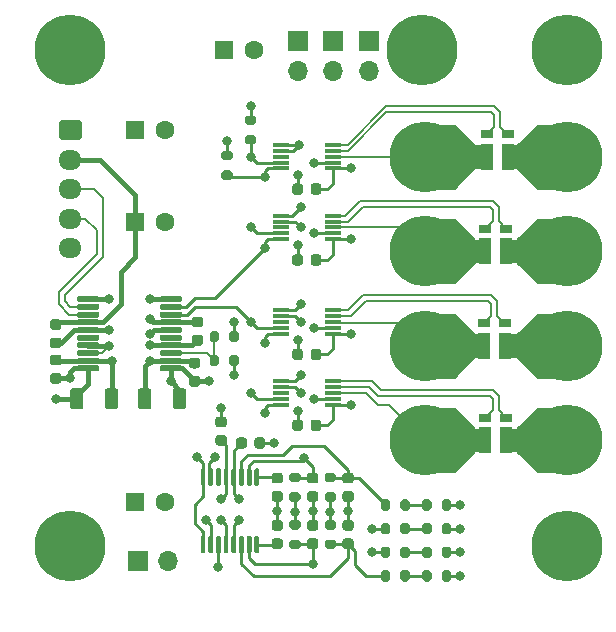
<source format=gbr>
%TF.GenerationSoftware,KiCad,Pcbnew,(5.1.6)-1*%
%TF.CreationDate,2021-10-10T19:01:51-07:00*%
%TF.ProjectId,PV Panel Monitor,50562050-616e-4656-9c20-4d6f6e69746f,rev?*%
%TF.SameCoordinates,Original*%
%TF.FileFunction,Copper,L1,Top*%
%TF.FilePolarity,Positive*%
%FSLAX46Y46*%
G04 Gerber Fmt 4.6, Leading zero omitted, Abs format (unit mm)*
G04 Created by KiCad (PCBNEW (5.1.6)-1) date 2021-10-10 19:01:51*
%MOMM*%
%LPD*%
G01*
G04 APERTURE LIST*
%TA.AperFunction,ComponentPad*%
%ADD10O,1.700000X1.700000*%
%TD*%
%TA.AperFunction,ComponentPad*%
%ADD11R,1.700000X1.700000*%
%TD*%
%TA.AperFunction,ComponentPad*%
%ADD12O,1.950000X1.700000*%
%TD*%
%TA.AperFunction,ComponentPad*%
%ADD13C,1.600000*%
%TD*%
%TA.AperFunction,ComponentPad*%
%ADD14R,1.600000X1.600000*%
%TD*%
%TA.AperFunction,SMDPad,CuDef*%
%ADD15R,1.400000X0.300000*%
%TD*%
%TA.AperFunction,ComponentPad*%
%ADD16C,6.000000*%
%TD*%
%TA.AperFunction,ComponentPad*%
%ADD17C,0.800000*%
%TD*%
%TA.AperFunction,SMDPad,CuDef*%
%ADD18R,1.010000X0.762000*%
%TD*%
%TA.AperFunction,SMDPad,CuDef*%
%ADD19R,1.010000X2.287000*%
%TD*%
%TA.AperFunction,ViaPad*%
%ADD20C,0.800000*%
%TD*%
%TA.AperFunction,Conductor*%
%ADD21C,0.400000*%
%TD*%
%TA.AperFunction,Conductor*%
%ADD22C,0.200000*%
%TD*%
%TA.AperFunction,Conductor*%
%ADD23C,0.150000*%
%TD*%
%TA.AperFunction,Conductor*%
%ADD24C,0.250000*%
%TD*%
%TA.AperFunction,Conductor*%
%ADD25C,0.254000*%
%TD*%
G04 APERTURE END LIST*
D10*
%TO.P,TP4,2*%
%TO.N,+5VA*%
X62250000Y-97250000D03*
D11*
%TO.P,TP4,1*%
X59710000Y-97250000D03*
%TD*%
D10*
%TO.P,TP3,2*%
%TO.N,/SDA*%
X76250000Y-55790000D03*
D11*
%TO.P,TP3,1*%
X76250000Y-53250000D03*
%TD*%
D10*
%TO.P,TP2,2*%
%TO.N,/SCL*%
X79250000Y-55790000D03*
D11*
%TO.P,TP2,1*%
X79250000Y-53250000D03*
%TD*%
D10*
%TO.P,TP1,2*%
%TO.N,GNDA*%
X73250000Y-55790000D03*
D11*
%TO.P,TP1,1*%
X73250000Y-53250000D03*
%TD*%
D12*
%TO.P,J1,5*%
%TO.N,GND*%
X54000000Y-70750000D03*
%TO.P,J1,4*%
%TO.N,Net-(J1-Pad4)*%
X54000000Y-68250000D03*
%TO.P,J1,3*%
%TO.N,Net-(J1-Pad3)*%
X54000000Y-65750000D03*
%TO.P,J1,2*%
%TO.N,VBUS*%
X54000000Y-63250000D03*
%TO.P,J1,1*%
%TO.N,+5V*%
%TA.AperFunction,ComponentPad*%
G36*
G01*
X53275000Y-59900000D02*
X54725000Y-59900000D01*
G75*
G02*
X54975000Y-60150000I0J-250000D01*
G01*
X54975000Y-61350000D01*
G75*
G02*
X54725000Y-61600000I-250000J0D01*
G01*
X53275000Y-61600000D01*
G75*
G02*
X53025000Y-61350000I0J250000D01*
G01*
X53025000Y-60150000D01*
G75*
G02*
X53275000Y-59900000I250000J0D01*
G01*
G37*
%TD.AperFunction*%
%TD*%
D13*
%TO.P,C22,2*%
%TO.N,GND*%
X62000000Y-68500000D03*
D14*
%TO.P,C22,1*%
%TO.N,VBUS*%
X59500000Y-68500000D03*
%TD*%
%TO.P,C19,2*%
%TO.N,GND*%
%TA.AperFunction,SMDPad,CuDef*%
G36*
G01*
X52500000Y-78325000D02*
X53000000Y-78325000D01*
G75*
G02*
X53225000Y-78550000I0J-225000D01*
G01*
X53225000Y-79000000D01*
G75*
G02*
X53000000Y-79225000I-225000J0D01*
G01*
X52500000Y-79225000D01*
G75*
G02*
X52275000Y-79000000I0J225000D01*
G01*
X52275000Y-78550000D01*
G75*
G02*
X52500000Y-78325000I225000J0D01*
G01*
G37*
%TD.AperFunction*%
%TO.P,C19,1*%
%TO.N,VBUS*%
%TA.AperFunction,SMDPad,CuDef*%
G36*
G01*
X52500000Y-76775000D02*
X53000000Y-76775000D01*
G75*
G02*
X53225000Y-77000000I0J-225000D01*
G01*
X53225000Y-77450000D01*
G75*
G02*
X53000000Y-77675000I-225000J0D01*
G01*
X52500000Y-77675000D01*
G75*
G02*
X52275000Y-77450000I0J225000D01*
G01*
X52275000Y-77000000D01*
G75*
G02*
X52500000Y-76775000I225000J0D01*
G01*
G37*
%TD.AperFunction*%
%TD*%
D15*
%TO.P,U4,10*%
%TO.N,Net-(R4-Pad3)*%
X76200000Y-82000000D03*
%TO.P,U4,9*%
%TO.N,Net-(R4-Pad2)*%
X76200000Y-82500000D03*
%TO.P,U4,8*%
%TO.N,Net-(R4-Pad1)*%
X76200000Y-83000000D03*
%TO.P,U4,7*%
%TO.N,GNDA*%
X76200000Y-83500000D03*
%TO.P,U4,6*%
%TO.N,+5VA*%
X76200000Y-84000000D03*
%TO.P,U4,5*%
%TO.N,/SCL*%
X71800000Y-84000000D03*
%TO.P,U4,4*%
%TO.N,/SDA*%
X71800000Y-83500000D03*
%TO.P,U4,3*%
%TO.N,Net-(U4-Pad3)*%
X71800000Y-83000000D03*
%TO.P,U4,2*%
%TO.N,+5VA*%
X71800000Y-82500000D03*
%TO.P,U4,1*%
X71800000Y-82000000D03*
%TD*%
%TO.P,U3,10*%
%TO.N,Net-(R3-Pad3)*%
X76200000Y-76000000D03*
%TO.P,U3,9*%
%TO.N,Net-(R3-Pad2)*%
X76200000Y-76500000D03*
%TO.P,U3,8*%
%TO.N,Net-(R3-Pad1)*%
X76200000Y-77000000D03*
%TO.P,U3,7*%
%TO.N,GNDA*%
X76200000Y-77500000D03*
%TO.P,U3,6*%
%TO.N,+5VA*%
X76200000Y-78000000D03*
%TO.P,U3,5*%
%TO.N,/SCL*%
X71800000Y-78000000D03*
%TO.P,U3,4*%
%TO.N,/SDA*%
X71800000Y-77500000D03*
%TO.P,U3,3*%
%TO.N,Net-(U3-Pad3)*%
X71800000Y-77000000D03*
%TO.P,U3,2*%
%TO.N,GNDA*%
X71800000Y-76500000D03*
%TO.P,U3,1*%
%TO.N,+5VA*%
X71800000Y-76000000D03*
%TD*%
%TO.P,U1,10*%
%TO.N,Net-(R1-Pad3)*%
X76200000Y-62000000D03*
%TO.P,U1,9*%
%TO.N,Net-(R1-Pad2)*%
X76200000Y-62500000D03*
%TO.P,U1,8*%
%TO.N,Net-(R1-Pad1)*%
X76200000Y-63000000D03*
%TO.P,U1,7*%
%TO.N,GNDA*%
X76200000Y-63500000D03*
%TO.P,U1,6*%
%TO.N,+5VA*%
X76200000Y-64000000D03*
%TO.P,U1,5*%
%TO.N,/SCL*%
X71800000Y-64000000D03*
%TO.P,U1,4*%
%TO.N,/SDA*%
X71800000Y-63500000D03*
%TO.P,U1,3*%
%TO.N,Net-(U1-Pad3)*%
X71800000Y-63000000D03*
%TO.P,U1,2*%
%TO.N,GNDA*%
X71800000Y-62500000D03*
%TO.P,U1,1*%
X71800000Y-62000000D03*
%TD*%
%TO.P,R20,2*%
%TO.N,/SDA*%
%TA.AperFunction,SMDPad,CuDef*%
G36*
G01*
X68975000Y-61175000D02*
X69525000Y-61175000D01*
G75*
G02*
X69725000Y-61375000I0J-200000D01*
G01*
X69725000Y-61775000D01*
G75*
G02*
X69525000Y-61975000I-200000J0D01*
G01*
X68975000Y-61975000D01*
G75*
G02*
X68775000Y-61775000I0J200000D01*
G01*
X68775000Y-61375000D01*
G75*
G02*
X68975000Y-61175000I200000J0D01*
G01*
G37*
%TD.AperFunction*%
%TO.P,R20,1*%
%TO.N,+5VA*%
%TA.AperFunction,SMDPad,CuDef*%
G36*
G01*
X68975000Y-59525000D02*
X69525000Y-59525000D01*
G75*
G02*
X69725000Y-59725000I0J-200000D01*
G01*
X69725000Y-60125000D01*
G75*
G02*
X69525000Y-60325000I-200000J0D01*
G01*
X68975000Y-60325000D01*
G75*
G02*
X68775000Y-60125000I0J200000D01*
G01*
X68775000Y-59725000D01*
G75*
G02*
X68975000Y-59525000I200000J0D01*
G01*
G37*
%TD.AperFunction*%
%TD*%
%TO.P,R19,2*%
%TO.N,/SCL*%
%TA.AperFunction,SMDPad,CuDef*%
G36*
G01*
X66975000Y-64175000D02*
X67525000Y-64175000D01*
G75*
G02*
X67725000Y-64375000I0J-200000D01*
G01*
X67725000Y-64775000D01*
G75*
G02*
X67525000Y-64975000I-200000J0D01*
G01*
X66975000Y-64975000D01*
G75*
G02*
X66775000Y-64775000I0J200000D01*
G01*
X66775000Y-64375000D01*
G75*
G02*
X66975000Y-64175000I200000J0D01*
G01*
G37*
%TD.AperFunction*%
%TO.P,R19,1*%
%TO.N,+5VA*%
%TA.AperFunction,SMDPad,CuDef*%
G36*
G01*
X66975000Y-62525000D02*
X67525000Y-62525000D01*
G75*
G02*
X67725000Y-62725000I0J-200000D01*
G01*
X67725000Y-63125000D01*
G75*
G02*
X67525000Y-63325000I-200000J0D01*
G01*
X66975000Y-63325000D01*
G75*
G02*
X66775000Y-63125000I0J200000D01*
G01*
X66775000Y-62725000D01*
G75*
G02*
X66975000Y-62525000I200000J0D01*
G01*
G37*
%TD.AperFunction*%
%TD*%
%TO.P,U2,10*%
%TO.N,Net-(R2-Pad3)*%
X76200000Y-68000000D03*
%TO.P,U2,9*%
%TO.N,Net-(R2-Pad2)*%
X76200000Y-68500000D03*
%TO.P,U2,8*%
%TO.N,Net-(R2-Pad1)*%
X76200000Y-69000000D03*
%TO.P,U2,7*%
%TO.N,GNDA*%
X76200000Y-69500000D03*
%TO.P,U2,6*%
%TO.N,+5VA*%
X76200000Y-70000000D03*
%TO.P,U2,5*%
%TO.N,/SCL*%
X71800000Y-70000000D03*
%TO.P,U2,4*%
%TO.N,/SDA*%
X71800000Y-69500000D03*
%TO.P,U2,3*%
%TO.N,Net-(U2-Pad3)*%
X71800000Y-69000000D03*
%TO.P,U2,2*%
%TO.N,+5VA*%
X71800000Y-68500000D03*
%TO.P,U2,1*%
%TO.N,GNDA*%
X71800000Y-68000000D03*
%TD*%
%TO.P,C21,2*%
%TO.N,GND*%
%TA.AperFunction,SMDPad,CuDef*%
G36*
G01*
X55100000Y-82849999D02*
X55100000Y-84150001D01*
G75*
G02*
X54850001Y-84400000I-249999J0D01*
G01*
X54199999Y-84400000D01*
G75*
G02*
X53950000Y-84150001I0J249999D01*
G01*
X53950000Y-82849999D01*
G75*
G02*
X54199999Y-82600000I249999J0D01*
G01*
X54850001Y-82600000D01*
G75*
G02*
X55100000Y-82849999I0J-249999D01*
G01*
G37*
%TD.AperFunction*%
%TO.P,C21,1*%
%TO.N,+5V*%
%TA.AperFunction,SMDPad,CuDef*%
G36*
G01*
X58050000Y-82849999D02*
X58050000Y-84150001D01*
G75*
G02*
X57800001Y-84400000I-249999J0D01*
G01*
X57149999Y-84400000D01*
G75*
G02*
X56900000Y-84150001I0J249999D01*
G01*
X56900000Y-82849999D01*
G75*
G02*
X57149999Y-82600000I249999J0D01*
G01*
X57800001Y-82600000D01*
G75*
G02*
X58050000Y-82849999I0J-249999D01*
G01*
G37*
%TD.AperFunction*%
%TD*%
%TO.P,C20,2*%
%TO.N,GNDA*%
%TA.AperFunction,SMDPad,CuDef*%
G36*
G01*
X62650000Y-84150001D02*
X62650000Y-82849999D01*
G75*
G02*
X62899999Y-82600000I249999J0D01*
G01*
X63550001Y-82600000D01*
G75*
G02*
X63800000Y-82849999I0J-249999D01*
G01*
X63800000Y-84150001D01*
G75*
G02*
X63550001Y-84400000I-249999J0D01*
G01*
X62899999Y-84400000D01*
G75*
G02*
X62650000Y-84150001I0J249999D01*
G01*
G37*
%TD.AperFunction*%
%TO.P,C20,1*%
%TO.N,+5VA*%
%TA.AperFunction,SMDPad,CuDef*%
G36*
G01*
X59700000Y-84150001D02*
X59700000Y-82849999D01*
G75*
G02*
X59949999Y-82600000I249999J0D01*
G01*
X60600001Y-82600000D01*
G75*
G02*
X60850000Y-82849999I0J-249999D01*
G01*
X60850000Y-84150001D01*
G75*
G02*
X60600001Y-84400000I-249999J0D01*
G01*
X59949999Y-84400000D01*
G75*
G02*
X59700000Y-84150001I0J249999D01*
G01*
G37*
%TD.AperFunction*%
%TD*%
D13*
%TO.P,C15,2*%
%TO.N,GND*%
X62000000Y-60750000D03*
D14*
%TO.P,C15,1*%
%TO.N,+5V*%
X59500000Y-60750000D03*
%TD*%
%TO.P,U5,16*%
%TO.N,/SCL*%
%TA.AperFunction,SMDPad,CuDef*%
G36*
G01*
X65325000Y-90875000D02*
X65125000Y-90875000D01*
G75*
G02*
X65025000Y-90775000I0J100000D01*
G01*
X65025000Y-89500000D01*
G75*
G02*
X65125000Y-89400000I100000J0D01*
G01*
X65325000Y-89400000D01*
G75*
G02*
X65425000Y-89500000I0J-100000D01*
G01*
X65425000Y-90775000D01*
G75*
G02*
X65325000Y-90875000I-100000J0D01*
G01*
G37*
%TD.AperFunction*%
%TO.P,U5,15*%
%TO.N,/SDA*%
%TA.AperFunction,SMDPad,CuDef*%
G36*
G01*
X65975000Y-90875000D02*
X65775000Y-90875000D01*
G75*
G02*
X65675000Y-90775000I0J100000D01*
G01*
X65675000Y-89500000D01*
G75*
G02*
X65775000Y-89400000I100000J0D01*
G01*
X65975000Y-89400000D01*
G75*
G02*
X66075000Y-89500000I0J-100000D01*
G01*
X66075000Y-90775000D01*
G75*
G02*
X65975000Y-90875000I-100000J0D01*
G01*
G37*
%TD.AperFunction*%
%TO.P,U5,14*%
%TO.N,Net-(U5-Pad14)*%
%TA.AperFunction,SMDPad,CuDef*%
G36*
G01*
X66625000Y-90875000D02*
X66425000Y-90875000D01*
G75*
G02*
X66325000Y-90775000I0J100000D01*
G01*
X66325000Y-89500000D01*
G75*
G02*
X66425000Y-89400000I100000J0D01*
G01*
X66625000Y-89400000D01*
G75*
G02*
X66725000Y-89500000I0J-100000D01*
G01*
X66725000Y-90775000D01*
G75*
G02*
X66625000Y-90875000I-100000J0D01*
G01*
G37*
%TD.AperFunction*%
%TO.P,U5,13*%
%TO.N,+5VA*%
%TA.AperFunction,SMDPad,CuDef*%
G36*
G01*
X67275000Y-90875000D02*
X67075000Y-90875000D01*
G75*
G02*
X66975000Y-90775000I0J100000D01*
G01*
X66975000Y-89500000D01*
G75*
G02*
X67075000Y-89400000I100000J0D01*
G01*
X67275000Y-89400000D01*
G75*
G02*
X67375000Y-89500000I0J-100000D01*
G01*
X67375000Y-90775000D01*
G75*
G02*
X67275000Y-90875000I-100000J0D01*
G01*
G37*
%TD.AperFunction*%
%TO.P,U5,12*%
%TA.AperFunction,SMDPad,CuDef*%
G36*
G01*
X67925000Y-90875000D02*
X67725000Y-90875000D01*
G75*
G02*
X67625000Y-90775000I0J100000D01*
G01*
X67625000Y-89500000D01*
G75*
G02*
X67725000Y-89400000I100000J0D01*
G01*
X67925000Y-89400000D01*
G75*
G02*
X68025000Y-89500000I0J-100000D01*
G01*
X68025000Y-90775000D01*
G75*
G02*
X67925000Y-90875000I-100000J0D01*
G01*
G37*
%TD.AperFunction*%
%TO.P,U5,11*%
%TO.N,Net-(C14-Pad1)*%
%TA.AperFunction,SMDPad,CuDef*%
G36*
G01*
X68575000Y-90875000D02*
X68375000Y-90875000D01*
G75*
G02*
X68275000Y-90775000I0J100000D01*
G01*
X68275000Y-89500000D01*
G75*
G02*
X68375000Y-89400000I100000J0D01*
G01*
X68575000Y-89400000D01*
G75*
G02*
X68675000Y-89500000I0J-100000D01*
G01*
X68675000Y-90775000D01*
G75*
G02*
X68575000Y-90875000I-100000J0D01*
G01*
G37*
%TD.AperFunction*%
%TO.P,U5,10*%
%TO.N,Net-(C13-Pad1)*%
%TA.AperFunction,SMDPad,CuDef*%
G36*
G01*
X69225000Y-90875000D02*
X69025000Y-90875000D01*
G75*
G02*
X68925000Y-90775000I0J100000D01*
G01*
X68925000Y-89500000D01*
G75*
G02*
X69025000Y-89400000I100000J0D01*
G01*
X69225000Y-89400000D01*
G75*
G02*
X69325000Y-89500000I0J-100000D01*
G01*
X69325000Y-90775000D01*
G75*
G02*
X69225000Y-90875000I-100000J0D01*
G01*
G37*
%TD.AperFunction*%
%TO.P,U5,9*%
%TO.N,Net-(C10-Pad1)*%
%TA.AperFunction,SMDPad,CuDef*%
G36*
G01*
X69875000Y-90875000D02*
X69675000Y-90875000D01*
G75*
G02*
X69575000Y-90775000I0J100000D01*
G01*
X69575000Y-89500000D01*
G75*
G02*
X69675000Y-89400000I100000J0D01*
G01*
X69875000Y-89400000D01*
G75*
G02*
X69975000Y-89500000I0J-100000D01*
G01*
X69975000Y-90775000D01*
G75*
G02*
X69875000Y-90875000I-100000J0D01*
G01*
G37*
%TD.AperFunction*%
%TO.P,U5,8*%
%TO.N,Net-(C9-Pad1)*%
%TA.AperFunction,SMDPad,CuDef*%
G36*
G01*
X69875000Y-96600000D02*
X69675000Y-96600000D01*
G75*
G02*
X69575000Y-96500000I0J100000D01*
G01*
X69575000Y-95225000D01*
G75*
G02*
X69675000Y-95125000I100000J0D01*
G01*
X69875000Y-95125000D01*
G75*
G02*
X69975000Y-95225000I0J-100000D01*
G01*
X69975000Y-96500000D01*
G75*
G02*
X69875000Y-96600000I-100000J0D01*
G01*
G37*
%TD.AperFunction*%
%TO.P,U5,7*%
%TO.N,Net-(C12-Pad1)*%
%TA.AperFunction,SMDPad,CuDef*%
G36*
G01*
X69225000Y-96600000D02*
X69025000Y-96600000D01*
G75*
G02*
X68925000Y-96500000I0J100000D01*
G01*
X68925000Y-95225000D01*
G75*
G02*
X69025000Y-95125000I100000J0D01*
G01*
X69225000Y-95125000D01*
G75*
G02*
X69325000Y-95225000I0J-100000D01*
G01*
X69325000Y-96500000D01*
G75*
G02*
X69225000Y-96600000I-100000J0D01*
G01*
G37*
%TD.AperFunction*%
%TO.P,U5,6*%
%TO.N,Net-(C11-Pad1)*%
%TA.AperFunction,SMDPad,CuDef*%
G36*
G01*
X68575000Y-96600000D02*
X68375000Y-96600000D01*
G75*
G02*
X68275000Y-96500000I0J100000D01*
G01*
X68275000Y-95225000D01*
G75*
G02*
X68375000Y-95125000I100000J0D01*
G01*
X68575000Y-95125000D01*
G75*
G02*
X68675000Y-95225000I0J-100000D01*
G01*
X68675000Y-96500000D01*
G75*
G02*
X68575000Y-96600000I-100000J0D01*
G01*
G37*
%TD.AperFunction*%
%TO.P,U5,5*%
%TO.N,GNDA*%
%TA.AperFunction,SMDPad,CuDef*%
G36*
G01*
X67925000Y-96600000D02*
X67725000Y-96600000D01*
G75*
G02*
X67625000Y-96500000I0J100000D01*
G01*
X67625000Y-95225000D01*
G75*
G02*
X67725000Y-95125000I100000J0D01*
G01*
X67925000Y-95125000D01*
G75*
G02*
X68025000Y-95225000I0J-100000D01*
G01*
X68025000Y-96500000D01*
G75*
G02*
X67925000Y-96600000I-100000J0D01*
G01*
G37*
%TD.AperFunction*%
%TO.P,U5,4*%
%TA.AperFunction,SMDPad,CuDef*%
G36*
G01*
X67275000Y-96600000D02*
X67075000Y-96600000D01*
G75*
G02*
X66975000Y-96500000I0J100000D01*
G01*
X66975000Y-95225000D01*
G75*
G02*
X67075000Y-95125000I100000J0D01*
G01*
X67275000Y-95125000D01*
G75*
G02*
X67375000Y-95225000I0J-100000D01*
G01*
X67375000Y-96500000D01*
G75*
G02*
X67275000Y-96600000I-100000J0D01*
G01*
G37*
%TD.AperFunction*%
%TO.P,U5,3*%
%TO.N,+5VA*%
%TA.AperFunction,SMDPad,CuDef*%
G36*
G01*
X66625000Y-96600000D02*
X66425000Y-96600000D01*
G75*
G02*
X66325000Y-96500000I0J100000D01*
G01*
X66325000Y-95225000D01*
G75*
G02*
X66425000Y-95125000I100000J0D01*
G01*
X66625000Y-95125000D01*
G75*
G02*
X66725000Y-95225000I0J-100000D01*
G01*
X66725000Y-96500000D01*
G75*
G02*
X66625000Y-96600000I-100000J0D01*
G01*
G37*
%TD.AperFunction*%
%TO.P,U5,2*%
%TO.N,GNDA*%
%TA.AperFunction,SMDPad,CuDef*%
G36*
G01*
X65975000Y-96600000D02*
X65775000Y-96600000D01*
G75*
G02*
X65675000Y-96500000I0J100000D01*
G01*
X65675000Y-95225000D01*
G75*
G02*
X65775000Y-95125000I100000J0D01*
G01*
X65975000Y-95125000D01*
G75*
G02*
X66075000Y-95225000I0J-100000D01*
G01*
X66075000Y-96500000D01*
G75*
G02*
X65975000Y-96600000I-100000J0D01*
G01*
G37*
%TD.AperFunction*%
%TO.P,U5,1*%
%TO.N,/SCL*%
%TA.AperFunction,SMDPad,CuDef*%
G36*
G01*
X65325000Y-96600000D02*
X65125000Y-96600000D01*
G75*
G02*
X65025000Y-96500000I0J100000D01*
G01*
X65025000Y-95225000D01*
G75*
G02*
X65125000Y-95125000I100000J0D01*
G01*
X65325000Y-95125000D01*
G75*
G02*
X65425000Y-95225000I0J-100000D01*
G01*
X65425000Y-96500000D01*
G75*
G02*
X65325000Y-96600000I-100000J0D01*
G01*
G37*
%TD.AperFunction*%
%TD*%
%TO.P,U6,20*%
%TO.N,GNDA*%
%TA.AperFunction,SMDPad,CuDef*%
G36*
G01*
X61550000Y-75200000D02*
X61550000Y-74950000D01*
G75*
G02*
X61675000Y-74825000I125000J0D01*
G01*
X63325000Y-74825000D01*
G75*
G02*
X63450000Y-74950000I0J-125000D01*
G01*
X63450000Y-75200000D01*
G75*
G02*
X63325000Y-75325000I-125000J0D01*
G01*
X61675000Y-75325000D01*
G75*
G02*
X61550000Y-75200000I0J125000D01*
G01*
G37*
%TD.AperFunction*%
%TO.P,U6,19*%
%TO.N,/SCL*%
%TA.AperFunction,SMDPad,CuDef*%
G36*
G01*
X61550000Y-75850000D02*
X61550000Y-75600000D01*
G75*
G02*
X61675000Y-75475000I125000J0D01*
G01*
X63325000Y-75475000D01*
G75*
G02*
X63450000Y-75600000I0J-125000D01*
G01*
X63450000Y-75850000D01*
G75*
G02*
X63325000Y-75975000I-125000J0D01*
G01*
X61675000Y-75975000D01*
G75*
G02*
X61550000Y-75850000I0J125000D01*
G01*
G37*
%TD.AperFunction*%
%TO.P,U6,18*%
%TO.N,/SDA*%
%TA.AperFunction,SMDPad,CuDef*%
G36*
G01*
X61550000Y-76500000D02*
X61550000Y-76250000D01*
G75*
G02*
X61675000Y-76125000I125000J0D01*
G01*
X63325000Y-76125000D01*
G75*
G02*
X63450000Y-76250000I0J-125000D01*
G01*
X63450000Y-76500000D01*
G75*
G02*
X63325000Y-76625000I-125000J0D01*
G01*
X61675000Y-76625000D01*
G75*
G02*
X61550000Y-76500000I0J125000D01*
G01*
G37*
%TD.AperFunction*%
%TO.P,U6,17*%
%TO.N,+5VA*%
%TA.AperFunction,SMDPad,CuDef*%
G36*
G01*
X61550000Y-77150000D02*
X61550000Y-76900000D01*
G75*
G02*
X61675000Y-76775000I125000J0D01*
G01*
X63325000Y-76775000D01*
G75*
G02*
X63450000Y-76900000I0J-125000D01*
G01*
X63450000Y-77150000D01*
G75*
G02*
X63325000Y-77275000I-125000J0D01*
G01*
X61675000Y-77275000D01*
G75*
G02*
X61550000Y-77150000I0J125000D01*
G01*
G37*
%TD.AperFunction*%
%TO.P,U6,16*%
%TO.N,GNDA*%
%TA.AperFunction,SMDPad,CuDef*%
G36*
G01*
X61550000Y-77800000D02*
X61550000Y-77550000D01*
G75*
G02*
X61675000Y-77425000I125000J0D01*
G01*
X63325000Y-77425000D01*
G75*
G02*
X63450000Y-77550000I0J-125000D01*
G01*
X63450000Y-77800000D01*
G75*
G02*
X63325000Y-77925000I-125000J0D01*
G01*
X61675000Y-77925000D01*
G75*
G02*
X61550000Y-77800000I0J125000D01*
G01*
G37*
%TD.AperFunction*%
%TO.P,U6,15*%
%TO.N,Net-(U6-Pad15)*%
%TA.AperFunction,SMDPad,CuDef*%
G36*
G01*
X61550000Y-78450000D02*
X61550000Y-78200000D01*
G75*
G02*
X61675000Y-78075000I125000J0D01*
G01*
X63325000Y-78075000D01*
G75*
G02*
X63450000Y-78200000I0J-125000D01*
G01*
X63450000Y-78450000D01*
G75*
G02*
X63325000Y-78575000I-125000J0D01*
G01*
X61675000Y-78575000D01*
G75*
G02*
X61550000Y-78450000I0J125000D01*
G01*
G37*
%TD.AperFunction*%
%TO.P,U6,14*%
%TO.N,GNDA*%
%TA.AperFunction,SMDPad,CuDef*%
G36*
G01*
X61550000Y-79100000D02*
X61550000Y-78850000D01*
G75*
G02*
X61675000Y-78725000I125000J0D01*
G01*
X63325000Y-78725000D01*
G75*
G02*
X63450000Y-78850000I0J-125000D01*
G01*
X63450000Y-79100000D01*
G75*
G02*
X63325000Y-79225000I-125000J0D01*
G01*
X61675000Y-79225000D01*
G75*
G02*
X61550000Y-79100000I0J125000D01*
G01*
G37*
%TD.AperFunction*%
%TO.P,U6,13*%
%TO.N,Net-(R17-Pad2)*%
%TA.AperFunction,SMDPad,CuDef*%
G36*
G01*
X61550000Y-79750000D02*
X61550000Y-79500000D01*
G75*
G02*
X61675000Y-79375000I125000J0D01*
G01*
X63325000Y-79375000D01*
G75*
G02*
X63450000Y-79500000I0J-125000D01*
G01*
X63450000Y-79750000D01*
G75*
G02*
X63325000Y-79875000I-125000J0D01*
G01*
X61675000Y-79875000D01*
G75*
G02*
X61550000Y-79750000I0J125000D01*
G01*
G37*
%TD.AperFunction*%
%TO.P,U6,12*%
%TO.N,+5VA*%
%TA.AperFunction,SMDPad,CuDef*%
G36*
G01*
X61550000Y-80400000D02*
X61550000Y-80150000D01*
G75*
G02*
X61675000Y-80025000I125000J0D01*
G01*
X63325000Y-80025000D01*
G75*
G02*
X63450000Y-80150000I0J-125000D01*
G01*
X63450000Y-80400000D01*
G75*
G02*
X63325000Y-80525000I-125000J0D01*
G01*
X61675000Y-80525000D01*
G75*
G02*
X61550000Y-80400000I0J125000D01*
G01*
G37*
%TD.AperFunction*%
%TO.P,U6,11*%
%TO.N,GNDA*%
%TA.AperFunction,SMDPad,CuDef*%
G36*
G01*
X61550000Y-81050000D02*
X61550000Y-80800000D01*
G75*
G02*
X61675000Y-80675000I125000J0D01*
G01*
X63325000Y-80675000D01*
G75*
G02*
X63450000Y-80800000I0J-125000D01*
G01*
X63450000Y-81050000D01*
G75*
G02*
X63325000Y-81175000I-125000J0D01*
G01*
X61675000Y-81175000D01*
G75*
G02*
X61550000Y-81050000I0J125000D01*
G01*
G37*
%TD.AperFunction*%
%TO.P,U6,10*%
%TO.N,GND*%
%TA.AperFunction,SMDPad,CuDef*%
G36*
G01*
X54550000Y-81050000D02*
X54550000Y-80800000D01*
G75*
G02*
X54675000Y-80675000I125000J0D01*
G01*
X56325000Y-80675000D01*
G75*
G02*
X56450000Y-80800000I0J-125000D01*
G01*
X56450000Y-81050000D01*
G75*
G02*
X56325000Y-81175000I-125000J0D01*
G01*
X54675000Y-81175000D01*
G75*
G02*
X54550000Y-81050000I0J125000D01*
G01*
G37*
%TD.AperFunction*%
%TO.P,U6,9*%
%TO.N,+5V*%
%TA.AperFunction,SMDPad,CuDef*%
G36*
G01*
X54550000Y-80400000D02*
X54550000Y-80150000D01*
G75*
G02*
X54675000Y-80025000I125000J0D01*
G01*
X56325000Y-80025000D01*
G75*
G02*
X56450000Y-80150000I0J-125000D01*
G01*
X56450000Y-80400000D01*
G75*
G02*
X56325000Y-80525000I-125000J0D01*
G01*
X54675000Y-80525000D01*
G75*
G02*
X54550000Y-80400000I0J125000D01*
G01*
G37*
%TD.AperFunction*%
%TO.P,U6,8*%
%TO.N,GND*%
%TA.AperFunction,SMDPad,CuDef*%
G36*
G01*
X54550000Y-79750000D02*
X54550000Y-79500000D01*
G75*
G02*
X54675000Y-79375000I125000J0D01*
G01*
X56325000Y-79375000D01*
G75*
G02*
X56450000Y-79500000I0J-125000D01*
G01*
X56450000Y-79750000D01*
G75*
G02*
X56325000Y-79875000I-125000J0D01*
G01*
X54675000Y-79875000D01*
G75*
G02*
X54550000Y-79750000I0J125000D01*
G01*
G37*
%TD.AperFunction*%
%TO.P,U6,7*%
%TA.AperFunction,SMDPad,CuDef*%
G36*
G01*
X54550000Y-79100000D02*
X54550000Y-78850000D01*
G75*
G02*
X54675000Y-78725000I125000J0D01*
G01*
X56325000Y-78725000D01*
G75*
G02*
X56450000Y-78850000I0J-125000D01*
G01*
X56450000Y-79100000D01*
G75*
G02*
X56325000Y-79225000I-125000J0D01*
G01*
X54675000Y-79225000D01*
G75*
G02*
X54550000Y-79100000I0J125000D01*
G01*
G37*
%TD.AperFunction*%
%TO.P,U6,6*%
%TO.N,Net-(U6-Pad6)*%
%TA.AperFunction,SMDPad,CuDef*%
G36*
G01*
X54550000Y-78450000D02*
X54550000Y-78200000D01*
G75*
G02*
X54675000Y-78075000I125000J0D01*
G01*
X56325000Y-78075000D01*
G75*
G02*
X56450000Y-78200000I0J-125000D01*
G01*
X56450000Y-78450000D01*
G75*
G02*
X56325000Y-78575000I-125000J0D01*
G01*
X54675000Y-78575000D01*
G75*
G02*
X54550000Y-78450000I0J125000D01*
G01*
G37*
%TD.AperFunction*%
%TO.P,U6,5*%
%TO.N,GND*%
%TA.AperFunction,SMDPad,CuDef*%
G36*
G01*
X54550000Y-77800000D02*
X54550000Y-77550000D01*
G75*
G02*
X54675000Y-77425000I125000J0D01*
G01*
X56325000Y-77425000D01*
G75*
G02*
X56450000Y-77550000I0J-125000D01*
G01*
X56450000Y-77800000D01*
G75*
G02*
X56325000Y-77925000I-125000J0D01*
G01*
X54675000Y-77925000D01*
G75*
G02*
X54550000Y-77800000I0J125000D01*
G01*
G37*
%TD.AperFunction*%
%TO.P,U6,4*%
%TO.N,VBUS*%
%TA.AperFunction,SMDPad,CuDef*%
G36*
G01*
X54550000Y-77150000D02*
X54550000Y-76900000D01*
G75*
G02*
X54675000Y-76775000I125000J0D01*
G01*
X56325000Y-76775000D01*
G75*
G02*
X56450000Y-76900000I0J-125000D01*
G01*
X56450000Y-77150000D01*
G75*
G02*
X56325000Y-77275000I-125000J0D01*
G01*
X54675000Y-77275000D01*
G75*
G02*
X54550000Y-77150000I0J125000D01*
G01*
G37*
%TD.AperFunction*%
%TO.P,U6,3*%
%TO.N,Net-(J1-Pad4)*%
%TA.AperFunction,SMDPad,CuDef*%
G36*
G01*
X54550000Y-76500000D02*
X54550000Y-76250000D01*
G75*
G02*
X54675000Y-76125000I125000J0D01*
G01*
X56325000Y-76125000D01*
G75*
G02*
X56450000Y-76250000I0J-125000D01*
G01*
X56450000Y-76500000D01*
G75*
G02*
X56325000Y-76625000I-125000J0D01*
G01*
X54675000Y-76625000D01*
G75*
G02*
X54550000Y-76500000I0J125000D01*
G01*
G37*
%TD.AperFunction*%
%TO.P,U6,2*%
%TO.N,Net-(J1-Pad3)*%
%TA.AperFunction,SMDPad,CuDef*%
G36*
G01*
X54550000Y-75850000D02*
X54550000Y-75600000D01*
G75*
G02*
X54675000Y-75475000I125000J0D01*
G01*
X56325000Y-75475000D01*
G75*
G02*
X56450000Y-75600000I0J-125000D01*
G01*
X56450000Y-75850000D01*
G75*
G02*
X56325000Y-75975000I-125000J0D01*
G01*
X54675000Y-75975000D01*
G75*
G02*
X54550000Y-75850000I0J125000D01*
G01*
G37*
%TD.AperFunction*%
%TO.P,U6,1*%
%TO.N,GND*%
%TA.AperFunction,SMDPad,CuDef*%
G36*
G01*
X54550000Y-75200000D02*
X54550000Y-74950000D01*
G75*
G02*
X54675000Y-74825000I125000J0D01*
G01*
X56325000Y-74825000D01*
G75*
G02*
X56450000Y-74950000I0J-125000D01*
G01*
X56450000Y-75200000D01*
G75*
G02*
X56325000Y-75325000I-125000J0D01*
G01*
X54675000Y-75325000D01*
G75*
G02*
X54550000Y-75200000I0J125000D01*
G01*
G37*
%TD.AperFunction*%
%TD*%
%TO.P,R18,2*%
%TO.N,GNDA*%
%TA.AperFunction,SMDPad,CuDef*%
G36*
G01*
X67425000Y-80525000D02*
X67425000Y-79975000D01*
G75*
G02*
X67625000Y-79775000I200000J0D01*
G01*
X68025000Y-79775000D01*
G75*
G02*
X68225000Y-79975000I0J-200000D01*
G01*
X68225000Y-80525000D01*
G75*
G02*
X68025000Y-80725000I-200000J0D01*
G01*
X67625000Y-80725000D01*
G75*
G02*
X67425000Y-80525000I0J200000D01*
G01*
G37*
%TD.AperFunction*%
%TO.P,R18,1*%
%TO.N,Net-(R17-Pad2)*%
%TA.AperFunction,SMDPad,CuDef*%
G36*
G01*
X65775000Y-80525000D02*
X65775000Y-79975000D01*
G75*
G02*
X65975000Y-79775000I200000J0D01*
G01*
X66375000Y-79775000D01*
G75*
G02*
X66575000Y-79975000I0J-200000D01*
G01*
X66575000Y-80525000D01*
G75*
G02*
X66375000Y-80725000I-200000J0D01*
G01*
X65975000Y-80725000D01*
G75*
G02*
X65775000Y-80525000I0J200000D01*
G01*
G37*
%TD.AperFunction*%
%TD*%
%TO.P,R17,2*%
%TO.N,Net-(R17-Pad2)*%
%TA.AperFunction,SMDPad,CuDef*%
G36*
G01*
X66575000Y-77975000D02*
X66575000Y-78525000D01*
G75*
G02*
X66375000Y-78725000I-200000J0D01*
G01*
X65975000Y-78725000D01*
G75*
G02*
X65775000Y-78525000I0J200000D01*
G01*
X65775000Y-77975000D01*
G75*
G02*
X65975000Y-77775000I200000J0D01*
G01*
X66375000Y-77775000D01*
G75*
G02*
X66575000Y-77975000I0J-200000D01*
G01*
G37*
%TD.AperFunction*%
%TO.P,R17,1*%
%TO.N,+5VA*%
%TA.AperFunction,SMDPad,CuDef*%
G36*
G01*
X68225000Y-77975000D02*
X68225000Y-78525000D01*
G75*
G02*
X68025000Y-78725000I-200000J0D01*
G01*
X67625000Y-78725000D01*
G75*
G02*
X67425000Y-78525000I0J200000D01*
G01*
X67425000Y-77975000D01*
G75*
G02*
X67625000Y-77775000I200000J0D01*
G01*
X68025000Y-77775000D01*
G75*
G02*
X68225000Y-77975000I0J-200000D01*
G01*
G37*
%TD.AperFunction*%
%TD*%
D16*
%TO.P,H4,1*%
%TO.N,N/C*%
X54000000Y-96000000D03*
D17*
X56250000Y-96000000D03*
X55590990Y-97590990D03*
X54000000Y-98250000D03*
X52409010Y-97590990D03*
X51750000Y-96000000D03*
X52409010Y-94409010D03*
X54000000Y-93750000D03*
X55590990Y-94409010D03*
%TD*%
D16*
%TO.P,H3,1*%
%TO.N,N/C*%
X96000000Y-54000000D03*
D17*
X98250000Y-54000000D03*
X97590990Y-55590990D03*
X96000000Y-56250000D03*
X94409010Y-55590990D03*
X93750000Y-54000000D03*
X94409010Y-52409010D03*
X96000000Y-51750000D03*
X97590990Y-52409010D03*
%TD*%
D16*
%TO.P,H2,1*%
%TO.N,N/C*%
X54000000Y-54000000D03*
D17*
X56250000Y-54000000D03*
X55590990Y-55590990D03*
X54000000Y-56250000D03*
X52409010Y-55590990D03*
X51750000Y-54000000D03*
X52409010Y-52409010D03*
X54000000Y-51750000D03*
X55590990Y-52409010D03*
%TD*%
D16*
%TO.P,H1,1*%
%TO.N,N/C*%
X96000000Y-96000000D03*
D17*
X98250000Y-96000000D03*
X97590990Y-97590990D03*
X96000000Y-98250000D03*
X94409010Y-97590990D03*
X93750000Y-96000000D03*
X94409010Y-94409010D03*
X96000000Y-93750000D03*
X97590990Y-94409010D03*
%TD*%
%TO.P,Gnd1,1*%
%TO.N,GNDA*%
X85340990Y-52409010D03*
X83750000Y-51750000D03*
X82159010Y-52409010D03*
X81500000Y-54000000D03*
X82159010Y-55590990D03*
X83750000Y-56250000D03*
X85340990Y-55590990D03*
X86000000Y-54000000D03*
D16*
X83750000Y-54000000D03*
%TD*%
%TO.P,C18,2*%
%TO.N,GNDA*%
%TA.AperFunction,SMDPad,CuDef*%
G36*
G01*
X64500000Y-78100000D02*
X65000000Y-78100000D01*
G75*
G02*
X65225000Y-78325000I0J-225000D01*
G01*
X65225000Y-78775000D01*
G75*
G02*
X65000000Y-79000000I-225000J0D01*
G01*
X64500000Y-79000000D01*
G75*
G02*
X64275000Y-78775000I0J225000D01*
G01*
X64275000Y-78325000D01*
G75*
G02*
X64500000Y-78100000I225000J0D01*
G01*
G37*
%TD.AperFunction*%
%TO.P,C18,1*%
%TO.N,+5VA*%
%TA.AperFunction,SMDPad,CuDef*%
G36*
G01*
X64500000Y-76550000D02*
X65000000Y-76550000D01*
G75*
G02*
X65225000Y-76775000I0J-225000D01*
G01*
X65225000Y-77225000D01*
G75*
G02*
X65000000Y-77450000I-225000J0D01*
G01*
X64500000Y-77450000D01*
G75*
G02*
X64275000Y-77225000I0J225000D01*
G01*
X64275000Y-76775000D01*
G75*
G02*
X64500000Y-76550000I225000J0D01*
G01*
G37*
%TD.AperFunction*%
%TD*%
%TO.P,C17,2*%
%TO.N,GNDA*%
%TA.AperFunction,SMDPad,CuDef*%
G36*
G01*
X64250000Y-81575000D02*
X64750000Y-81575000D01*
G75*
G02*
X64975000Y-81800000I0J-225000D01*
G01*
X64975000Y-82250000D01*
G75*
G02*
X64750000Y-82475000I-225000J0D01*
G01*
X64250000Y-82475000D01*
G75*
G02*
X64025000Y-82250000I0J225000D01*
G01*
X64025000Y-81800000D01*
G75*
G02*
X64250000Y-81575000I225000J0D01*
G01*
G37*
%TD.AperFunction*%
%TO.P,C17,1*%
%TO.N,+5VA*%
%TA.AperFunction,SMDPad,CuDef*%
G36*
G01*
X64250000Y-80025000D02*
X64750000Y-80025000D01*
G75*
G02*
X64975000Y-80250000I0J-225000D01*
G01*
X64975000Y-80700000D01*
G75*
G02*
X64750000Y-80925000I-225000J0D01*
G01*
X64250000Y-80925000D01*
G75*
G02*
X64025000Y-80700000I0J225000D01*
G01*
X64025000Y-80250000D01*
G75*
G02*
X64250000Y-80025000I225000J0D01*
G01*
G37*
%TD.AperFunction*%
%TD*%
%TO.P,C16,2*%
%TO.N,GND*%
%TA.AperFunction,SMDPad,CuDef*%
G36*
G01*
X52500000Y-81325000D02*
X53000000Y-81325000D01*
G75*
G02*
X53225000Y-81550000I0J-225000D01*
G01*
X53225000Y-82000000D01*
G75*
G02*
X53000000Y-82225000I-225000J0D01*
G01*
X52500000Y-82225000D01*
G75*
G02*
X52275000Y-82000000I0J225000D01*
G01*
X52275000Y-81550000D01*
G75*
G02*
X52500000Y-81325000I225000J0D01*
G01*
G37*
%TD.AperFunction*%
%TO.P,C16,1*%
%TO.N,+5V*%
%TA.AperFunction,SMDPad,CuDef*%
G36*
G01*
X52500000Y-79775000D02*
X53000000Y-79775000D01*
G75*
G02*
X53225000Y-80000000I0J-225000D01*
G01*
X53225000Y-80450000D01*
G75*
G02*
X53000000Y-80675000I-225000J0D01*
G01*
X52500000Y-80675000D01*
G75*
G02*
X52275000Y-80450000I0J225000D01*
G01*
X52275000Y-80000000D01*
G75*
G02*
X52500000Y-79775000I225000J0D01*
G01*
G37*
%TD.AperFunction*%
%TD*%
%TO.P,R16,2*%
%TO.N,GNDA*%
%TA.AperFunction,SMDPad,CuDef*%
G36*
G01*
X75725000Y-91425000D02*
X76275000Y-91425000D01*
G75*
G02*
X76475000Y-91625000I0J-200000D01*
G01*
X76475000Y-92025000D01*
G75*
G02*
X76275000Y-92225000I-200000J0D01*
G01*
X75725000Y-92225000D01*
G75*
G02*
X75525000Y-92025000I0J200000D01*
G01*
X75525000Y-91625000D01*
G75*
G02*
X75725000Y-91425000I200000J0D01*
G01*
G37*
%TD.AperFunction*%
%TO.P,R16,1*%
%TO.N,Net-(C14-Pad1)*%
%TA.AperFunction,SMDPad,CuDef*%
G36*
G01*
X75725000Y-89775000D02*
X76275000Y-89775000D01*
G75*
G02*
X76475000Y-89975000I0J-200000D01*
G01*
X76475000Y-90375000D01*
G75*
G02*
X76275000Y-90575000I-200000J0D01*
G01*
X75725000Y-90575000D01*
G75*
G02*
X75525000Y-90375000I0J200000D01*
G01*
X75525000Y-89975000D01*
G75*
G02*
X75725000Y-89775000I200000J0D01*
G01*
G37*
%TD.AperFunction*%
%TD*%
%TO.P,R15,2*%
%TO.N,GNDA*%
%TA.AperFunction,SMDPad,CuDef*%
G36*
G01*
X72725000Y-91425000D02*
X73275000Y-91425000D01*
G75*
G02*
X73475000Y-91625000I0J-200000D01*
G01*
X73475000Y-92025000D01*
G75*
G02*
X73275000Y-92225000I-200000J0D01*
G01*
X72725000Y-92225000D01*
G75*
G02*
X72525000Y-92025000I0J200000D01*
G01*
X72525000Y-91625000D01*
G75*
G02*
X72725000Y-91425000I200000J0D01*
G01*
G37*
%TD.AperFunction*%
%TO.P,R15,1*%
%TO.N,Net-(C13-Pad1)*%
%TA.AperFunction,SMDPad,CuDef*%
G36*
G01*
X72725000Y-89775000D02*
X73275000Y-89775000D01*
G75*
G02*
X73475000Y-89975000I0J-200000D01*
G01*
X73475000Y-90375000D01*
G75*
G02*
X73275000Y-90575000I-200000J0D01*
G01*
X72725000Y-90575000D01*
G75*
G02*
X72525000Y-90375000I0J200000D01*
G01*
X72525000Y-89975000D01*
G75*
G02*
X72725000Y-89775000I200000J0D01*
G01*
G37*
%TD.AperFunction*%
%TD*%
%TO.P,R14,2*%
%TO.N,GNDA*%
%TA.AperFunction,SMDPad,CuDef*%
G36*
G01*
X73275000Y-94575000D02*
X72725000Y-94575000D01*
G75*
G02*
X72525000Y-94375000I0J200000D01*
G01*
X72525000Y-93975000D01*
G75*
G02*
X72725000Y-93775000I200000J0D01*
G01*
X73275000Y-93775000D01*
G75*
G02*
X73475000Y-93975000I0J-200000D01*
G01*
X73475000Y-94375000D01*
G75*
G02*
X73275000Y-94575000I-200000J0D01*
G01*
G37*
%TD.AperFunction*%
%TO.P,R14,1*%
%TO.N,Net-(C12-Pad1)*%
%TA.AperFunction,SMDPad,CuDef*%
G36*
G01*
X73275000Y-96225000D02*
X72725000Y-96225000D01*
G75*
G02*
X72525000Y-96025000I0J200000D01*
G01*
X72525000Y-95625000D01*
G75*
G02*
X72725000Y-95425000I200000J0D01*
G01*
X73275000Y-95425000D01*
G75*
G02*
X73475000Y-95625000I0J-200000D01*
G01*
X73475000Y-96025000D01*
G75*
G02*
X73275000Y-96225000I-200000J0D01*
G01*
G37*
%TD.AperFunction*%
%TD*%
%TO.P,R13,2*%
%TO.N,GNDA*%
%TA.AperFunction,SMDPad,CuDef*%
G36*
G01*
X76275000Y-94575000D02*
X75725000Y-94575000D01*
G75*
G02*
X75525000Y-94375000I0J200000D01*
G01*
X75525000Y-93975000D01*
G75*
G02*
X75725000Y-93775000I200000J0D01*
G01*
X76275000Y-93775000D01*
G75*
G02*
X76475000Y-93975000I0J-200000D01*
G01*
X76475000Y-94375000D01*
G75*
G02*
X76275000Y-94575000I-200000J0D01*
G01*
G37*
%TD.AperFunction*%
%TO.P,R13,1*%
%TO.N,Net-(C11-Pad1)*%
%TA.AperFunction,SMDPad,CuDef*%
G36*
G01*
X76275000Y-96225000D02*
X75725000Y-96225000D01*
G75*
G02*
X75525000Y-96025000I0J200000D01*
G01*
X75525000Y-95625000D01*
G75*
G02*
X75725000Y-95425000I200000J0D01*
G01*
X76275000Y-95425000D01*
G75*
G02*
X76475000Y-95625000I0J-200000D01*
G01*
X76475000Y-96025000D01*
G75*
G02*
X76275000Y-96225000I-200000J0D01*
G01*
G37*
%TD.AperFunction*%
%TD*%
%TO.P,R12,2*%
%TO.N,Net-(C14-Pad1)*%
%TA.AperFunction,SMDPad,CuDef*%
G36*
G01*
X81075000Y-92225000D02*
X81075000Y-92775000D01*
G75*
G02*
X80875000Y-92975000I-200000J0D01*
G01*
X80475000Y-92975000D01*
G75*
G02*
X80275000Y-92775000I0J200000D01*
G01*
X80275000Y-92225000D01*
G75*
G02*
X80475000Y-92025000I200000J0D01*
G01*
X80875000Y-92025000D01*
G75*
G02*
X81075000Y-92225000I0J-200000D01*
G01*
G37*
%TD.AperFunction*%
%TO.P,R12,1*%
%TO.N,Net-(R12-Pad1)*%
%TA.AperFunction,SMDPad,CuDef*%
G36*
G01*
X82725000Y-92225000D02*
X82725000Y-92775000D01*
G75*
G02*
X82525000Y-92975000I-200000J0D01*
G01*
X82125000Y-92975000D01*
G75*
G02*
X81925000Y-92775000I0J200000D01*
G01*
X81925000Y-92225000D01*
G75*
G02*
X82125000Y-92025000I200000J0D01*
G01*
X82525000Y-92025000D01*
G75*
G02*
X82725000Y-92225000I0J-200000D01*
G01*
G37*
%TD.AperFunction*%
%TD*%
%TO.P,R11,2*%
%TO.N,Net-(C13-Pad1)*%
%TA.AperFunction,SMDPad,CuDef*%
G36*
G01*
X81075000Y-94225000D02*
X81075000Y-94775000D01*
G75*
G02*
X80875000Y-94975000I-200000J0D01*
G01*
X80475000Y-94975000D01*
G75*
G02*
X80275000Y-94775000I0J200000D01*
G01*
X80275000Y-94225000D01*
G75*
G02*
X80475000Y-94025000I200000J0D01*
G01*
X80875000Y-94025000D01*
G75*
G02*
X81075000Y-94225000I0J-200000D01*
G01*
G37*
%TD.AperFunction*%
%TO.P,R11,1*%
%TO.N,Net-(R11-Pad1)*%
%TA.AperFunction,SMDPad,CuDef*%
G36*
G01*
X82725000Y-94225000D02*
X82725000Y-94775000D01*
G75*
G02*
X82525000Y-94975000I-200000J0D01*
G01*
X82125000Y-94975000D01*
G75*
G02*
X81925000Y-94775000I0J200000D01*
G01*
X81925000Y-94225000D01*
G75*
G02*
X82125000Y-94025000I200000J0D01*
G01*
X82525000Y-94025000D01*
G75*
G02*
X82725000Y-94225000I0J-200000D01*
G01*
G37*
%TD.AperFunction*%
%TD*%
%TO.P,R10,2*%
%TO.N,Net-(C12-Pad1)*%
%TA.AperFunction,SMDPad,CuDef*%
G36*
G01*
X81075000Y-96225000D02*
X81075000Y-96775000D01*
G75*
G02*
X80875000Y-96975000I-200000J0D01*
G01*
X80475000Y-96975000D01*
G75*
G02*
X80275000Y-96775000I0J200000D01*
G01*
X80275000Y-96225000D01*
G75*
G02*
X80475000Y-96025000I200000J0D01*
G01*
X80875000Y-96025000D01*
G75*
G02*
X81075000Y-96225000I0J-200000D01*
G01*
G37*
%TD.AperFunction*%
%TO.P,R10,1*%
%TO.N,Net-(R10-Pad1)*%
%TA.AperFunction,SMDPad,CuDef*%
G36*
G01*
X82725000Y-96225000D02*
X82725000Y-96775000D01*
G75*
G02*
X82525000Y-96975000I-200000J0D01*
G01*
X82125000Y-96975000D01*
G75*
G02*
X81925000Y-96775000I0J200000D01*
G01*
X81925000Y-96225000D01*
G75*
G02*
X82125000Y-96025000I200000J0D01*
G01*
X82525000Y-96025000D01*
G75*
G02*
X82725000Y-96225000I0J-200000D01*
G01*
G37*
%TD.AperFunction*%
%TD*%
%TO.P,R9,2*%
%TO.N,Net-(C11-Pad1)*%
%TA.AperFunction,SMDPad,CuDef*%
G36*
G01*
X81075000Y-98225000D02*
X81075000Y-98775000D01*
G75*
G02*
X80875000Y-98975000I-200000J0D01*
G01*
X80475000Y-98975000D01*
G75*
G02*
X80275000Y-98775000I0J200000D01*
G01*
X80275000Y-98225000D01*
G75*
G02*
X80475000Y-98025000I200000J0D01*
G01*
X80875000Y-98025000D01*
G75*
G02*
X81075000Y-98225000I0J-200000D01*
G01*
G37*
%TD.AperFunction*%
%TO.P,R9,1*%
%TO.N,Net-(R5-Pad2)*%
%TA.AperFunction,SMDPad,CuDef*%
G36*
G01*
X82725000Y-98225000D02*
X82725000Y-98775000D01*
G75*
G02*
X82525000Y-98975000I-200000J0D01*
G01*
X82125000Y-98975000D01*
G75*
G02*
X81925000Y-98775000I0J200000D01*
G01*
X81925000Y-98225000D01*
G75*
G02*
X82125000Y-98025000I200000J0D01*
G01*
X82525000Y-98025000D01*
G75*
G02*
X82725000Y-98225000I0J-200000D01*
G01*
G37*
%TD.AperFunction*%
%TD*%
%TO.P,R8,2*%
%TO.N,Net-(R12-Pad1)*%
%TA.AperFunction,SMDPad,CuDef*%
G36*
G01*
X84575000Y-92225000D02*
X84575000Y-92775000D01*
G75*
G02*
X84375000Y-92975000I-200000J0D01*
G01*
X83975000Y-92975000D01*
G75*
G02*
X83775000Y-92775000I0J200000D01*
G01*
X83775000Y-92225000D01*
G75*
G02*
X83975000Y-92025000I200000J0D01*
G01*
X84375000Y-92025000D01*
G75*
G02*
X84575000Y-92225000I0J-200000D01*
G01*
G37*
%TD.AperFunction*%
%TO.P,R8,1*%
%TO.N,Net-(R1-Pad4)*%
%TA.AperFunction,SMDPad,CuDef*%
G36*
G01*
X86225000Y-92225000D02*
X86225000Y-92775000D01*
G75*
G02*
X86025000Y-92975000I-200000J0D01*
G01*
X85625000Y-92975000D01*
G75*
G02*
X85425000Y-92775000I0J200000D01*
G01*
X85425000Y-92225000D01*
G75*
G02*
X85625000Y-92025000I200000J0D01*
G01*
X86025000Y-92025000D01*
G75*
G02*
X86225000Y-92225000I0J-200000D01*
G01*
G37*
%TD.AperFunction*%
%TD*%
%TO.P,R7,2*%
%TO.N,Net-(R11-Pad1)*%
%TA.AperFunction,SMDPad,CuDef*%
G36*
G01*
X84575000Y-94225000D02*
X84575000Y-94775000D01*
G75*
G02*
X84375000Y-94975000I-200000J0D01*
G01*
X83975000Y-94975000D01*
G75*
G02*
X83775000Y-94775000I0J200000D01*
G01*
X83775000Y-94225000D01*
G75*
G02*
X83975000Y-94025000I200000J0D01*
G01*
X84375000Y-94025000D01*
G75*
G02*
X84575000Y-94225000I0J-200000D01*
G01*
G37*
%TD.AperFunction*%
%TO.P,R7,1*%
%TO.N,Net-(R2-Pad4)*%
%TA.AperFunction,SMDPad,CuDef*%
G36*
G01*
X86225000Y-94225000D02*
X86225000Y-94775000D01*
G75*
G02*
X86025000Y-94975000I-200000J0D01*
G01*
X85625000Y-94975000D01*
G75*
G02*
X85425000Y-94775000I0J200000D01*
G01*
X85425000Y-94225000D01*
G75*
G02*
X85625000Y-94025000I200000J0D01*
G01*
X86025000Y-94025000D01*
G75*
G02*
X86225000Y-94225000I0J-200000D01*
G01*
G37*
%TD.AperFunction*%
%TD*%
%TO.P,R6,2*%
%TO.N,Net-(R10-Pad1)*%
%TA.AperFunction,SMDPad,CuDef*%
G36*
G01*
X84575000Y-96225000D02*
X84575000Y-96775000D01*
G75*
G02*
X84375000Y-96975000I-200000J0D01*
G01*
X83975000Y-96975000D01*
G75*
G02*
X83775000Y-96775000I0J200000D01*
G01*
X83775000Y-96225000D01*
G75*
G02*
X83975000Y-96025000I200000J0D01*
G01*
X84375000Y-96025000D01*
G75*
G02*
X84575000Y-96225000I0J-200000D01*
G01*
G37*
%TD.AperFunction*%
%TO.P,R6,1*%
%TO.N,Net-(R3-Pad4)*%
%TA.AperFunction,SMDPad,CuDef*%
G36*
G01*
X86225000Y-96225000D02*
X86225000Y-96775000D01*
G75*
G02*
X86025000Y-96975000I-200000J0D01*
G01*
X85625000Y-96975000D01*
G75*
G02*
X85425000Y-96775000I0J200000D01*
G01*
X85425000Y-96225000D01*
G75*
G02*
X85625000Y-96025000I200000J0D01*
G01*
X86025000Y-96025000D01*
G75*
G02*
X86225000Y-96225000I0J-200000D01*
G01*
G37*
%TD.AperFunction*%
%TD*%
%TO.P,R5,2*%
%TO.N,Net-(R5-Pad2)*%
%TA.AperFunction,SMDPad,CuDef*%
G36*
G01*
X84575000Y-98225000D02*
X84575000Y-98775000D01*
G75*
G02*
X84375000Y-98975000I-200000J0D01*
G01*
X83975000Y-98975000D01*
G75*
G02*
X83775000Y-98775000I0J200000D01*
G01*
X83775000Y-98225000D01*
G75*
G02*
X83975000Y-98025000I200000J0D01*
G01*
X84375000Y-98025000D01*
G75*
G02*
X84575000Y-98225000I0J-200000D01*
G01*
G37*
%TD.AperFunction*%
%TO.P,R5,1*%
%TO.N,Net-(R4-Pad4)*%
%TA.AperFunction,SMDPad,CuDef*%
G36*
G01*
X86225000Y-98225000D02*
X86225000Y-98775000D01*
G75*
G02*
X86025000Y-98975000I-200000J0D01*
G01*
X85625000Y-98975000D01*
G75*
G02*
X85425000Y-98775000I0J200000D01*
G01*
X85425000Y-98225000D01*
G75*
G02*
X85625000Y-98025000I200000J0D01*
G01*
X86025000Y-98025000D01*
G75*
G02*
X86225000Y-98225000I0J-200000D01*
G01*
G37*
%TD.AperFunction*%
%TD*%
%TO.P,C14,2*%
%TO.N,GNDA*%
%TA.AperFunction,SMDPad,CuDef*%
G36*
G01*
X77250000Y-91325000D02*
X77750000Y-91325000D01*
G75*
G02*
X77975000Y-91550000I0J-225000D01*
G01*
X77975000Y-92000000D01*
G75*
G02*
X77750000Y-92225000I-225000J0D01*
G01*
X77250000Y-92225000D01*
G75*
G02*
X77025000Y-92000000I0J225000D01*
G01*
X77025000Y-91550000D01*
G75*
G02*
X77250000Y-91325000I225000J0D01*
G01*
G37*
%TD.AperFunction*%
%TO.P,C14,1*%
%TO.N,Net-(C14-Pad1)*%
%TA.AperFunction,SMDPad,CuDef*%
G36*
G01*
X77250000Y-89775000D02*
X77750000Y-89775000D01*
G75*
G02*
X77975000Y-90000000I0J-225000D01*
G01*
X77975000Y-90450000D01*
G75*
G02*
X77750000Y-90675000I-225000J0D01*
G01*
X77250000Y-90675000D01*
G75*
G02*
X77025000Y-90450000I0J225000D01*
G01*
X77025000Y-90000000D01*
G75*
G02*
X77250000Y-89775000I225000J0D01*
G01*
G37*
%TD.AperFunction*%
%TD*%
%TO.P,C13,2*%
%TO.N,GNDA*%
%TA.AperFunction,SMDPad,CuDef*%
G36*
G01*
X74250000Y-91325000D02*
X74750000Y-91325000D01*
G75*
G02*
X74975000Y-91550000I0J-225000D01*
G01*
X74975000Y-92000000D01*
G75*
G02*
X74750000Y-92225000I-225000J0D01*
G01*
X74250000Y-92225000D01*
G75*
G02*
X74025000Y-92000000I0J225000D01*
G01*
X74025000Y-91550000D01*
G75*
G02*
X74250000Y-91325000I225000J0D01*
G01*
G37*
%TD.AperFunction*%
%TO.P,C13,1*%
%TO.N,Net-(C13-Pad1)*%
%TA.AperFunction,SMDPad,CuDef*%
G36*
G01*
X74250000Y-89775000D02*
X74750000Y-89775000D01*
G75*
G02*
X74975000Y-90000000I0J-225000D01*
G01*
X74975000Y-90450000D01*
G75*
G02*
X74750000Y-90675000I-225000J0D01*
G01*
X74250000Y-90675000D01*
G75*
G02*
X74025000Y-90450000I0J225000D01*
G01*
X74025000Y-90000000D01*
G75*
G02*
X74250000Y-89775000I225000J0D01*
G01*
G37*
%TD.AperFunction*%
%TD*%
%TO.P,C12,2*%
%TO.N,GNDA*%
%TA.AperFunction,SMDPad,CuDef*%
G36*
G01*
X74750000Y-94675000D02*
X74250000Y-94675000D01*
G75*
G02*
X74025000Y-94450000I0J225000D01*
G01*
X74025000Y-94000000D01*
G75*
G02*
X74250000Y-93775000I225000J0D01*
G01*
X74750000Y-93775000D01*
G75*
G02*
X74975000Y-94000000I0J-225000D01*
G01*
X74975000Y-94450000D01*
G75*
G02*
X74750000Y-94675000I-225000J0D01*
G01*
G37*
%TD.AperFunction*%
%TO.P,C12,1*%
%TO.N,Net-(C12-Pad1)*%
%TA.AperFunction,SMDPad,CuDef*%
G36*
G01*
X74750000Y-96225000D02*
X74250000Y-96225000D01*
G75*
G02*
X74025000Y-96000000I0J225000D01*
G01*
X74025000Y-95550000D01*
G75*
G02*
X74250000Y-95325000I225000J0D01*
G01*
X74750000Y-95325000D01*
G75*
G02*
X74975000Y-95550000I0J-225000D01*
G01*
X74975000Y-96000000D01*
G75*
G02*
X74750000Y-96225000I-225000J0D01*
G01*
G37*
%TD.AperFunction*%
%TD*%
%TO.P,C11,2*%
%TO.N,GNDA*%
%TA.AperFunction,SMDPad,CuDef*%
G36*
G01*
X77750000Y-94675000D02*
X77250000Y-94675000D01*
G75*
G02*
X77025000Y-94450000I0J225000D01*
G01*
X77025000Y-94000000D01*
G75*
G02*
X77250000Y-93775000I225000J0D01*
G01*
X77750000Y-93775000D01*
G75*
G02*
X77975000Y-94000000I0J-225000D01*
G01*
X77975000Y-94450000D01*
G75*
G02*
X77750000Y-94675000I-225000J0D01*
G01*
G37*
%TD.AperFunction*%
%TO.P,C11,1*%
%TO.N,Net-(C11-Pad1)*%
%TA.AperFunction,SMDPad,CuDef*%
G36*
G01*
X77750000Y-96225000D02*
X77250000Y-96225000D01*
G75*
G02*
X77025000Y-96000000I0J225000D01*
G01*
X77025000Y-95550000D01*
G75*
G02*
X77250000Y-95325000I225000J0D01*
G01*
X77750000Y-95325000D01*
G75*
G02*
X77975000Y-95550000I0J-225000D01*
G01*
X77975000Y-96000000D01*
G75*
G02*
X77750000Y-96225000I-225000J0D01*
G01*
G37*
%TD.AperFunction*%
%TD*%
%TO.P,C10,2*%
%TO.N,GNDA*%
%TA.AperFunction,SMDPad,CuDef*%
G36*
G01*
X71250000Y-91325000D02*
X71750000Y-91325000D01*
G75*
G02*
X71975000Y-91550000I0J-225000D01*
G01*
X71975000Y-92000000D01*
G75*
G02*
X71750000Y-92225000I-225000J0D01*
G01*
X71250000Y-92225000D01*
G75*
G02*
X71025000Y-92000000I0J225000D01*
G01*
X71025000Y-91550000D01*
G75*
G02*
X71250000Y-91325000I225000J0D01*
G01*
G37*
%TD.AperFunction*%
%TO.P,C10,1*%
%TO.N,Net-(C10-Pad1)*%
%TA.AperFunction,SMDPad,CuDef*%
G36*
G01*
X71250000Y-89775000D02*
X71750000Y-89775000D01*
G75*
G02*
X71975000Y-90000000I0J-225000D01*
G01*
X71975000Y-90450000D01*
G75*
G02*
X71750000Y-90675000I-225000J0D01*
G01*
X71250000Y-90675000D01*
G75*
G02*
X71025000Y-90450000I0J225000D01*
G01*
X71025000Y-90000000D01*
G75*
G02*
X71250000Y-89775000I225000J0D01*
G01*
G37*
%TD.AperFunction*%
%TD*%
%TO.P,C9,2*%
%TO.N,GNDA*%
%TA.AperFunction,SMDPad,CuDef*%
G36*
G01*
X71750000Y-94675000D02*
X71250000Y-94675000D01*
G75*
G02*
X71025000Y-94450000I0J225000D01*
G01*
X71025000Y-94000000D01*
G75*
G02*
X71250000Y-93775000I225000J0D01*
G01*
X71750000Y-93775000D01*
G75*
G02*
X71975000Y-94000000I0J-225000D01*
G01*
X71975000Y-94450000D01*
G75*
G02*
X71750000Y-94675000I-225000J0D01*
G01*
G37*
%TD.AperFunction*%
%TO.P,C9,1*%
%TO.N,Net-(C9-Pad1)*%
%TA.AperFunction,SMDPad,CuDef*%
G36*
G01*
X71750000Y-96225000D02*
X71250000Y-96225000D01*
G75*
G02*
X71025000Y-96000000I0J225000D01*
G01*
X71025000Y-95550000D01*
G75*
G02*
X71250000Y-95325000I225000J0D01*
G01*
X71750000Y-95325000D01*
G75*
G02*
X71975000Y-95550000I0J-225000D01*
G01*
X71975000Y-96000000D01*
G75*
G02*
X71750000Y-96225000I-225000J0D01*
G01*
G37*
%TD.AperFunction*%
%TD*%
%TO.P,C8,2*%
%TO.N,GNDA*%
%TA.AperFunction,SMDPad,CuDef*%
G36*
G01*
X67000000Y-85925000D02*
X66500000Y-85925000D01*
G75*
G02*
X66275000Y-85700000I0J225000D01*
G01*
X66275000Y-85250000D01*
G75*
G02*
X66500000Y-85025000I225000J0D01*
G01*
X67000000Y-85025000D01*
G75*
G02*
X67225000Y-85250000I0J-225000D01*
G01*
X67225000Y-85700000D01*
G75*
G02*
X67000000Y-85925000I-225000J0D01*
G01*
G37*
%TD.AperFunction*%
%TO.P,C8,1*%
%TO.N,+5VA*%
%TA.AperFunction,SMDPad,CuDef*%
G36*
G01*
X67000000Y-87475000D02*
X66500000Y-87475000D01*
G75*
G02*
X66275000Y-87250000I0J225000D01*
G01*
X66275000Y-86800000D01*
G75*
G02*
X66500000Y-86575000I225000J0D01*
G01*
X67000000Y-86575000D01*
G75*
G02*
X67225000Y-86800000I0J-225000D01*
G01*
X67225000Y-87250000D01*
G75*
G02*
X67000000Y-87475000I-225000J0D01*
G01*
G37*
%TD.AperFunction*%
%TD*%
%TO.P,C7,2*%
%TO.N,GNDA*%
%TA.AperFunction,SMDPad,CuDef*%
G36*
G01*
X69575000Y-87500000D02*
X69575000Y-87000000D01*
G75*
G02*
X69800000Y-86775000I225000J0D01*
G01*
X70250000Y-86775000D01*
G75*
G02*
X70475000Y-87000000I0J-225000D01*
G01*
X70475000Y-87500000D01*
G75*
G02*
X70250000Y-87725000I-225000J0D01*
G01*
X69800000Y-87725000D01*
G75*
G02*
X69575000Y-87500000I0J225000D01*
G01*
G37*
%TD.AperFunction*%
%TO.P,C7,1*%
%TO.N,+5VA*%
%TA.AperFunction,SMDPad,CuDef*%
G36*
G01*
X68025000Y-87500000D02*
X68025000Y-87000000D01*
G75*
G02*
X68250000Y-86775000I225000J0D01*
G01*
X68700000Y-86775000D01*
G75*
G02*
X68925000Y-87000000I0J-225000D01*
G01*
X68925000Y-87500000D01*
G75*
G02*
X68700000Y-87725000I-225000J0D01*
G01*
X68250000Y-87725000D01*
G75*
G02*
X68025000Y-87500000I0J225000D01*
G01*
G37*
%TD.AperFunction*%
%TD*%
D13*
%TO.P,C6,2*%
%TO.N,GNDA*%
X62000000Y-92250000D03*
D14*
%TO.P,C6,1*%
%TO.N,+5VA*%
X59500000Y-92250000D03*
%TD*%
D13*
%TO.P,C5,2*%
%TO.N,GNDA*%
X69500000Y-54000000D03*
D14*
%TO.P,C5,1*%
%TO.N,+5VA*%
X67000000Y-54000000D03*
%TD*%
D17*
%TO.P,S4_Lo1,1*%
%TO.N,Net-(R4-Pad1)*%
X85590990Y-85409010D03*
X84000000Y-84750000D03*
X82409010Y-85409010D03*
X81750000Y-87000000D03*
X82409010Y-88590990D03*
X84000000Y-89250000D03*
X85590990Y-88590990D03*
X86250000Y-87000000D03*
D16*
X84000000Y-87000000D03*
%TD*%
D17*
%TO.P,S4_Hi1,1*%
%TO.N,Net-(R4-Pad4)*%
X97590990Y-85409010D03*
X96000000Y-84750000D03*
X94409010Y-85409010D03*
X93750000Y-87000000D03*
X94409010Y-88590990D03*
X96000000Y-89250000D03*
X97590990Y-88590990D03*
X98250000Y-87000000D03*
D16*
X96000000Y-87000000D03*
%TD*%
D17*
%TO.P,S3_Lo1,1*%
%TO.N,Net-(R3-Pad1)*%
X85590990Y-77409010D03*
X84000000Y-76750000D03*
X82409010Y-77409010D03*
X81750000Y-79000000D03*
X82409010Y-80590990D03*
X84000000Y-81250000D03*
X85590990Y-80590990D03*
X86250000Y-79000000D03*
D16*
X84000000Y-79000000D03*
%TD*%
D17*
%TO.P,S3_Hi1,1*%
%TO.N,Net-(R3-Pad4)*%
X97590990Y-77409010D03*
X96000000Y-76750000D03*
X94409010Y-77409010D03*
X93750000Y-79000000D03*
X94409010Y-80590990D03*
X96000000Y-81250000D03*
X97590990Y-80590990D03*
X98250000Y-79000000D03*
D16*
X96000000Y-79000000D03*
%TD*%
D17*
%TO.P,S2_Lo1,1*%
%TO.N,Net-(R2-Pad1)*%
X85590990Y-69409010D03*
X84000000Y-68750000D03*
X82409010Y-69409010D03*
X81750000Y-71000000D03*
X82409010Y-72590990D03*
X84000000Y-73250000D03*
X85590990Y-72590990D03*
X86250000Y-71000000D03*
D16*
X84000000Y-71000000D03*
%TD*%
D17*
%TO.P,S2_Hi1,1*%
%TO.N,Net-(R2-Pad4)*%
X97590990Y-69409010D03*
X96000000Y-68750000D03*
X94409010Y-69409010D03*
X93750000Y-71000000D03*
X94409010Y-72590990D03*
X96000000Y-73250000D03*
X97590990Y-72590990D03*
X98250000Y-71000000D03*
D16*
X96000000Y-71000000D03*
%TD*%
D17*
%TO.P,S1_Lo1,1*%
%TO.N,Net-(R1-Pad1)*%
X85590990Y-61409010D03*
X84000000Y-60750000D03*
X82409010Y-61409010D03*
X81750000Y-63000000D03*
X82409010Y-64590990D03*
X84000000Y-65250000D03*
X85590990Y-64590990D03*
X86250000Y-63000000D03*
D16*
X84000000Y-63000000D03*
%TD*%
D17*
%TO.P,S1_Hi1,1*%
%TO.N,Net-(R1-Pad4)*%
X97590990Y-61409010D03*
X96000000Y-60750000D03*
X94409010Y-61409010D03*
X93750000Y-63000000D03*
X94409010Y-64590990D03*
X96000000Y-65250000D03*
X97590990Y-64590990D03*
X98250000Y-63000000D03*
D16*
X96000000Y-63000000D03*
%TD*%
D18*
%TO.P,R4,2*%
%TO.N,Net-(R4-Pad2)*%
X89115000Y-85094000D03*
%TO.P,R4,3*%
%TO.N,Net-(R4-Pad3)*%
X90885000Y-85094000D03*
D19*
%TO.P,R4,4*%
%TO.N,Net-(R4-Pad4)*%
X90885000Y-86999500D03*
%TO.P,R4,1*%
%TO.N,Net-(R4-Pad1)*%
X89115000Y-87000000D03*
%TD*%
D18*
%TO.P,R3,2*%
%TO.N,Net-(R3-Pad2)*%
X89000000Y-77094000D03*
%TO.P,R3,3*%
%TO.N,Net-(R3-Pad3)*%
X90770000Y-77094000D03*
D19*
%TO.P,R3,4*%
%TO.N,Net-(R3-Pad4)*%
X90770000Y-78999500D03*
%TO.P,R3,1*%
%TO.N,Net-(R3-Pad1)*%
X89000000Y-79000000D03*
%TD*%
D18*
%TO.P,R2,2*%
%TO.N,Net-(R2-Pad2)*%
X89115000Y-69094000D03*
%TO.P,R2,3*%
%TO.N,Net-(R2-Pad3)*%
X90885000Y-69094000D03*
D19*
%TO.P,R2,4*%
%TO.N,Net-(R2-Pad4)*%
X90885000Y-70999500D03*
%TO.P,R2,1*%
%TO.N,Net-(R2-Pad1)*%
X89115000Y-71000000D03*
%TD*%
D18*
%TO.P,R1,2*%
%TO.N,Net-(R1-Pad2)*%
X89230000Y-61094500D03*
%TO.P,R1,3*%
%TO.N,Net-(R1-Pad3)*%
X91000000Y-61094500D03*
D19*
%TO.P,R1,4*%
%TO.N,Net-(R1-Pad4)*%
X91000000Y-63000000D03*
%TO.P,R1,1*%
%TO.N,Net-(R1-Pad1)*%
X89230000Y-63000500D03*
%TD*%
%TO.P,C4,2*%
%TO.N,GNDA*%
%TA.AperFunction,SMDPad,CuDef*%
G36*
G01*
X73675000Y-85500000D02*
X73675000Y-86000000D01*
G75*
G02*
X73450000Y-86225000I-225000J0D01*
G01*
X73000000Y-86225000D01*
G75*
G02*
X72775000Y-86000000I0J225000D01*
G01*
X72775000Y-85500000D01*
G75*
G02*
X73000000Y-85275000I225000J0D01*
G01*
X73450000Y-85275000D01*
G75*
G02*
X73675000Y-85500000I0J-225000D01*
G01*
G37*
%TD.AperFunction*%
%TO.P,C4,1*%
%TO.N,+5VA*%
%TA.AperFunction,SMDPad,CuDef*%
G36*
G01*
X75225000Y-85500000D02*
X75225000Y-86000000D01*
G75*
G02*
X75000000Y-86225000I-225000J0D01*
G01*
X74550000Y-86225000D01*
G75*
G02*
X74325000Y-86000000I0J225000D01*
G01*
X74325000Y-85500000D01*
G75*
G02*
X74550000Y-85275000I225000J0D01*
G01*
X75000000Y-85275000D01*
G75*
G02*
X75225000Y-85500000I0J-225000D01*
G01*
G37*
%TD.AperFunction*%
%TD*%
%TO.P,C3,2*%
%TO.N,GNDA*%
%TA.AperFunction,SMDPad,CuDef*%
G36*
G01*
X73675000Y-79500000D02*
X73675000Y-80000000D01*
G75*
G02*
X73450000Y-80225000I-225000J0D01*
G01*
X73000000Y-80225000D01*
G75*
G02*
X72775000Y-80000000I0J225000D01*
G01*
X72775000Y-79500000D01*
G75*
G02*
X73000000Y-79275000I225000J0D01*
G01*
X73450000Y-79275000D01*
G75*
G02*
X73675000Y-79500000I0J-225000D01*
G01*
G37*
%TD.AperFunction*%
%TO.P,C3,1*%
%TO.N,+5VA*%
%TA.AperFunction,SMDPad,CuDef*%
G36*
G01*
X75225000Y-79500000D02*
X75225000Y-80000000D01*
G75*
G02*
X75000000Y-80225000I-225000J0D01*
G01*
X74550000Y-80225000D01*
G75*
G02*
X74325000Y-80000000I0J225000D01*
G01*
X74325000Y-79500000D01*
G75*
G02*
X74550000Y-79275000I225000J0D01*
G01*
X75000000Y-79275000D01*
G75*
G02*
X75225000Y-79500000I0J-225000D01*
G01*
G37*
%TD.AperFunction*%
%TD*%
%TO.P,C2,2*%
%TO.N,GNDA*%
%TA.AperFunction,SMDPad,CuDef*%
G36*
G01*
X73675000Y-71500000D02*
X73675000Y-72000000D01*
G75*
G02*
X73450000Y-72225000I-225000J0D01*
G01*
X73000000Y-72225000D01*
G75*
G02*
X72775000Y-72000000I0J225000D01*
G01*
X72775000Y-71500000D01*
G75*
G02*
X73000000Y-71275000I225000J0D01*
G01*
X73450000Y-71275000D01*
G75*
G02*
X73675000Y-71500000I0J-225000D01*
G01*
G37*
%TD.AperFunction*%
%TO.P,C2,1*%
%TO.N,+5VA*%
%TA.AperFunction,SMDPad,CuDef*%
G36*
G01*
X75225000Y-71500000D02*
X75225000Y-72000000D01*
G75*
G02*
X75000000Y-72225000I-225000J0D01*
G01*
X74550000Y-72225000D01*
G75*
G02*
X74325000Y-72000000I0J225000D01*
G01*
X74325000Y-71500000D01*
G75*
G02*
X74550000Y-71275000I225000J0D01*
G01*
X75000000Y-71275000D01*
G75*
G02*
X75225000Y-71500000I0J-225000D01*
G01*
G37*
%TD.AperFunction*%
%TD*%
%TO.P,C1,2*%
%TO.N,GNDA*%
%TA.AperFunction,SMDPad,CuDef*%
G36*
G01*
X73675000Y-65500000D02*
X73675000Y-66000000D01*
G75*
G02*
X73450000Y-66225000I-225000J0D01*
G01*
X73000000Y-66225000D01*
G75*
G02*
X72775000Y-66000000I0J225000D01*
G01*
X72775000Y-65500000D01*
G75*
G02*
X73000000Y-65275000I225000J0D01*
G01*
X73450000Y-65275000D01*
G75*
G02*
X73675000Y-65500000I0J-225000D01*
G01*
G37*
%TD.AperFunction*%
%TO.P,C1,1*%
%TO.N,+5VA*%
%TA.AperFunction,SMDPad,CuDef*%
G36*
G01*
X75225000Y-65500000D02*
X75225000Y-66000000D01*
G75*
G02*
X75000000Y-66225000I-225000J0D01*
G01*
X74550000Y-66225000D01*
G75*
G02*
X74325000Y-66000000I0J225000D01*
G01*
X74325000Y-65500000D01*
G75*
G02*
X74550000Y-65275000I225000J0D01*
G01*
X75000000Y-65275000D01*
G75*
G02*
X75225000Y-65500000I0J-225000D01*
G01*
G37*
%TD.AperFunction*%
%TD*%
D20*
%TO.N,GND*%
X52775000Y-83500000D03*
X57250000Y-79000000D03*
X57250000Y-77675000D03*
X57250000Y-75075000D03*
X54000000Y-81750000D03*
%TO.N,Net-(R1-Pad4)*%
X87000000Y-92500000D03*
%TO.N,Net-(R2-Pad4)*%
X87000000Y-94500000D03*
%TO.N,Net-(R3-Pad4)*%
X87000000Y-96500000D03*
%TO.N,Net-(R4-Pad4)*%
X87000000Y-98500000D03*
%TO.N,Net-(C12-Pad1)*%
X74500000Y-97500000D03*
X79499990Y-96500000D03*
%TO.N,Net-(C13-Pad1)*%
X79500000Y-94500000D03*
X73750000Y-88500000D03*
%TO.N,GNDA*%
X74650000Y-63500000D03*
X73225000Y-64525000D03*
X73225000Y-78525000D03*
X73225000Y-84525000D03*
X66750000Y-84250000D03*
X71250000Y-87250000D03*
X73500000Y-77000000D03*
X74650000Y-83500000D03*
X74650000Y-77500000D03*
X73350000Y-62000000D03*
X74650000Y-69500000D03*
X67825000Y-81475000D03*
X60750000Y-75075000D03*
X60750000Y-78975000D03*
X65750000Y-82000000D03*
X62500000Y-82000000D03*
X77500000Y-93000000D03*
X76000000Y-93050000D03*
X74500000Y-93000000D03*
X73000000Y-93050000D03*
X71500000Y-93000000D03*
X60750006Y-78000000D03*
X73500000Y-67250000D03*
X65450000Y-93750000D03*
X66750000Y-93749984D03*
X68250000Y-93750000D03*
X73225000Y-70525000D03*
%TO.N,+5VA*%
X69250000Y-58700000D03*
X67250000Y-61700000D03*
X73500000Y-81500000D03*
X73500000Y-83000000D03*
X73500000Y-75500000D03*
X77750000Y-64000000D03*
X77750000Y-70000000D03*
X77750000Y-78000000D03*
X67825000Y-77025000D03*
X60750000Y-80275000D03*
X66525000Y-97725000D03*
X66750000Y-92000000D03*
X68250000Y-92000000D03*
X60750000Y-76750018D03*
X77750000Y-84000000D03*
X73500000Y-69000000D03*
%TO.N,+5V*%
X57475000Y-80275000D03*
%TO.N,/SCL*%
X70500000Y-64750000D03*
X70500000Y-70750000D03*
X70500000Y-78750000D03*
X64725000Y-88437500D03*
X70500000Y-84750000D03*
%TO.N,/SDA*%
X69250000Y-63000000D03*
X69250000Y-69000000D03*
X69250000Y-77000000D03*
X66225000Y-88437500D03*
X69250000Y-83000000D03*
%TD*%
D21*
%TO.N,GND*%
X54525000Y-83500000D02*
X52775000Y-83500000D01*
X55500000Y-79000000D02*
X57250000Y-79000000D01*
X55500000Y-77675000D02*
X57250000Y-77675000D01*
X55500000Y-75075000D02*
X57250000Y-75075000D01*
X52775000Y-81750000D02*
X52750000Y-81775000D01*
X54000000Y-81750000D02*
X52775000Y-81750000D01*
X54000000Y-81750000D02*
X54000000Y-81250000D01*
X54325000Y-80925000D02*
X55500000Y-80925000D01*
X54000000Y-81250000D02*
X54325000Y-80925000D01*
X54525000Y-83225000D02*
X54525000Y-83500000D01*
X55500000Y-80925000D02*
X55500000Y-82250000D01*
X55500000Y-82250000D02*
X54525000Y-83225000D01*
X55500000Y-77675000D02*
X54325000Y-77675000D01*
X53225000Y-78775000D02*
X52750000Y-78775000D01*
X54325000Y-77675000D02*
X53225000Y-78775000D01*
D22*
X56625000Y-79625000D02*
X57250000Y-79000000D01*
X55500000Y-79625000D02*
X56625000Y-79625000D01*
D23*
%TO.N,Net-(R1-Pad2)*%
X89865000Y-60459500D02*
X89230000Y-61094500D01*
X89865000Y-59500500D02*
X89865000Y-60459500D01*
X89615000Y-59250500D02*
X89865000Y-59500500D01*
X76150000Y-62500000D02*
X77500000Y-62500000D01*
X80749500Y-59250500D02*
X83749500Y-59250500D01*
X77500000Y-62500000D02*
X80749500Y-59250500D01*
X83749500Y-59250500D02*
X89615000Y-59250500D01*
%TO.N,Net-(R1-Pad3)*%
X90365000Y-60459500D02*
X91000000Y-61094500D01*
X90365000Y-59250500D02*
X90365000Y-60459500D01*
X89865000Y-58750500D02*
X90365000Y-59250500D01*
X76150000Y-62000000D02*
X77505012Y-62000000D01*
X80754512Y-58750500D02*
X82250500Y-58750500D01*
X77505012Y-62000000D02*
X80754512Y-58750500D01*
X82250500Y-58750500D02*
X89865000Y-58750500D01*
D24*
%TO.N,Net-(R1-Pad4)*%
X85825000Y-92500000D02*
X87000000Y-92500000D01*
D23*
%TO.N,Net-(R1-Pad1)*%
X76150000Y-63000000D02*
X84000000Y-63000000D01*
%TO.N,Net-(R2-Pad2)*%
X77500000Y-68500000D02*
X78750000Y-67250000D01*
X76150000Y-68500000D02*
X77500000Y-68500000D01*
X89500000Y-67250000D02*
X89750000Y-67500000D01*
X89750000Y-67500000D02*
X89750000Y-68459000D01*
X89750000Y-68459000D02*
X89115000Y-69094000D01*
X78750000Y-67250000D02*
X89500000Y-67250000D01*
%TO.N,Net-(R2-Pad3)*%
X77250000Y-68000000D02*
X78500000Y-66750000D01*
X76150000Y-68000000D02*
X77250000Y-68000000D01*
X89750000Y-66750000D02*
X90250000Y-67250000D01*
X90250000Y-67250000D02*
X90250000Y-68459000D01*
X90250000Y-68459000D02*
X90885000Y-69094000D01*
X78500000Y-66750000D02*
X89750000Y-66750000D01*
D24*
%TO.N,Net-(R2-Pad4)*%
X85825000Y-94500000D02*
X87000000Y-94500000D01*
D23*
%TO.N,Net-(R2-Pad1)*%
X82000000Y-69000000D02*
X84000000Y-71000000D01*
X76150000Y-69000000D02*
X82000000Y-69000000D01*
%TO.N,Net-(R3-Pad2)*%
X89635000Y-76459000D02*
X89000000Y-77094000D01*
X89635000Y-75500000D02*
X89635000Y-76459000D01*
X89385000Y-75250000D02*
X89635000Y-75500000D01*
X76150000Y-76500000D02*
X77750000Y-76500000D01*
X79000000Y-75250000D02*
X79750000Y-75250000D01*
X77750000Y-76500000D02*
X79000000Y-75250000D01*
X79750000Y-75250000D02*
X89385000Y-75250000D01*
%TO.N,Net-(R3-Pad3)*%
X90135000Y-76459000D02*
X90770000Y-77094000D01*
X90135000Y-75250000D02*
X90135000Y-76459000D01*
X89635000Y-74750000D02*
X90135000Y-75250000D01*
X78750000Y-74750000D02*
X79750000Y-74750000D01*
X76150000Y-76000000D02*
X77500000Y-76000000D01*
X77500000Y-76000000D02*
X78750000Y-74750000D01*
X79750000Y-74750000D02*
X89635000Y-74750000D01*
D24*
%TO.N,Net-(R3-Pad4)*%
X85825000Y-96500000D02*
X87000000Y-96500000D01*
D23*
%TO.N,Net-(R3-Pad1)*%
X82074990Y-77074990D02*
X84000000Y-79000000D01*
X76574990Y-77074990D02*
X82074990Y-77074990D01*
X76500000Y-77000000D02*
X76574990Y-77074990D01*
X76150000Y-77000000D02*
X76500000Y-77000000D01*
%TO.N,Net-(R4-Pad2)*%
X89750000Y-84459000D02*
X89115000Y-85094000D01*
X89750000Y-83500000D02*
X89750000Y-84459000D01*
X89500000Y-83250000D02*
X89750000Y-83500000D01*
X81250000Y-83250000D02*
X80000000Y-83250000D01*
X81250000Y-83250000D02*
X89500000Y-83250000D01*
X79250000Y-82500000D02*
X76150000Y-82500000D01*
X80000000Y-83250000D02*
X79250000Y-82500000D01*
%TO.N,Net-(R4-Pad3)*%
X90250000Y-84459000D02*
X90250000Y-83250000D01*
X90885000Y-85094000D02*
X90250000Y-84459000D01*
X90250000Y-83250000D02*
X89750000Y-82750000D01*
X79500000Y-82000000D02*
X80250000Y-82750000D01*
X76150000Y-82000000D02*
X79500000Y-82000000D01*
X89750000Y-82750000D02*
X80250000Y-82750000D01*
D24*
%TO.N,Net-(R4-Pad4)*%
X85825000Y-98500000D02*
X87000000Y-98500000D01*
D23*
%TO.N,Net-(R4-Pad1)*%
X81000001Y-84000001D02*
X84000000Y-87000000D01*
X80750000Y-84000000D02*
X80000000Y-84000000D01*
X80750000Y-84000000D02*
X81000001Y-84000001D01*
X79000000Y-83000000D02*
X76150000Y-83000000D01*
X80000000Y-84000000D02*
X79000000Y-83000000D01*
D24*
%TO.N,Net-(C9-Pad1)*%
X71412500Y-95862500D02*
X71500000Y-95775000D01*
X69775000Y-95862500D02*
X71412500Y-95862500D01*
%TO.N,Net-(C10-Pad1)*%
X71412500Y-90137500D02*
X71500000Y-90225000D01*
X69775000Y-90137500D02*
X71412500Y-90137500D01*
%TO.N,Net-(C11-Pad1)*%
X77450000Y-95825000D02*
X77500000Y-95775000D01*
X76000000Y-95825000D02*
X77450000Y-95825000D01*
X76000000Y-98500000D02*
X77500000Y-97000000D01*
X77500000Y-97000000D02*
X77500000Y-95775000D01*
X69500000Y-98500000D02*
X76000000Y-98500000D01*
X68475000Y-95862500D02*
X68475000Y-97475000D01*
X68475000Y-97475000D02*
X69500000Y-98500000D01*
X77500000Y-95775000D02*
X78112500Y-96387500D01*
X78112500Y-96387500D02*
X78112500Y-97612500D01*
X79000000Y-98500000D02*
X80675000Y-98500000D01*
X78112500Y-97612500D02*
X79000000Y-98500000D01*
%TO.N,Net-(C12-Pad1)*%
X74450000Y-95825000D02*
X74500000Y-95775000D01*
X73000000Y-95825000D02*
X74450000Y-95825000D01*
X74500000Y-95775000D02*
X74500000Y-97500000D01*
X74500000Y-97500000D02*
X69636410Y-97500000D01*
X69125000Y-96988590D02*
X69125000Y-95862500D01*
X69636410Y-97500000D02*
X69125000Y-96988590D01*
X74500000Y-97500000D02*
X74500000Y-97500000D01*
X80675000Y-96500000D02*
X79499990Y-96500000D01*
%TO.N,Net-(C13-Pad1)*%
X73050000Y-90225000D02*
X73000000Y-90175000D01*
X74500000Y-90225000D02*
X73050000Y-90225000D01*
X80675000Y-94500000D02*
X79500000Y-94500000D01*
X74500000Y-89250000D02*
X73750000Y-88500000D01*
X74500000Y-90225000D02*
X74500000Y-89250000D01*
X73500000Y-88750000D02*
X73750000Y-88500000D01*
X69125000Y-90137500D02*
X69125000Y-89125000D01*
X69500000Y-88750000D02*
X73500000Y-88750000D01*
X69125000Y-89125000D02*
X69500000Y-88750000D01*
%TO.N,Net-(C14-Pad1)*%
X76050000Y-90225000D02*
X76000000Y-90175000D01*
X77500000Y-90225000D02*
X76050000Y-90225000D01*
X78400000Y-90225000D02*
X80675000Y-92500000D01*
X77500000Y-90225000D02*
X78400000Y-90225000D01*
X75500000Y-87500000D02*
X77500000Y-89500000D01*
X68475000Y-90137500D02*
X68475000Y-88775000D01*
X77500000Y-89500000D02*
X77500000Y-90225000D01*
X72000000Y-88250000D02*
X72750000Y-87500000D01*
X69000000Y-88250000D02*
X72000000Y-88250000D01*
X68475000Y-88775000D02*
X69000000Y-88250000D01*
X72750000Y-87500000D02*
X75500000Y-87500000D01*
D22*
%TO.N,Net-(J1-Pad3)*%
X56000000Y-65750000D02*
X54000000Y-65750000D01*
X53975000Y-75725000D02*
X53500000Y-75250000D01*
X55500000Y-75725000D02*
X53975000Y-75725000D01*
X56750000Y-71500000D02*
X56750000Y-66500000D01*
X53500000Y-75250000D02*
X53500000Y-74750000D01*
X56750000Y-66500000D02*
X56000000Y-65750000D01*
X53500000Y-74750000D02*
X56750000Y-71500000D01*
D24*
%TO.N,Net-(R5-Pad2)*%
X82325000Y-98500000D02*
X84175000Y-98500000D01*
%TO.N,Net-(R10-Pad1)*%
X82325000Y-96500000D02*
X84175000Y-96500000D01*
%TO.N,Net-(R11-Pad1)*%
X82325000Y-94500000D02*
X84175000Y-94500000D01*
%TO.N,Net-(R12-Pad1)*%
X82325000Y-92500000D02*
X84175000Y-92500000D01*
%TO.N,GNDA*%
X76200000Y-63500000D02*
X74650000Y-63500000D01*
X73225000Y-64525000D02*
X73225000Y-65750000D01*
X73225000Y-78525000D02*
X73225000Y-79750000D01*
X73225000Y-84525000D02*
X73225000Y-85750000D01*
X66750000Y-84250000D02*
X66750000Y-85475000D01*
X71250000Y-87250000D02*
X70025000Y-87250000D01*
X71800000Y-76500000D02*
X73000000Y-76500000D01*
X73000000Y-76500000D02*
X73500000Y-77000000D01*
X76200000Y-83500000D02*
X74650000Y-83500000D01*
X76200000Y-77500000D02*
X74650000Y-77500000D01*
X71800000Y-62000000D02*
X73350000Y-62000000D01*
X76200000Y-69500000D02*
X74650000Y-69500000D01*
X67825000Y-81475000D02*
X67825000Y-80250000D01*
D21*
X62500000Y-75075000D02*
X60750000Y-75075000D01*
D24*
X77500000Y-94225000D02*
X77500000Y-91775000D01*
X76000000Y-94275000D02*
X76000000Y-91825000D01*
X74500000Y-94225000D02*
X74500000Y-91775000D01*
X73000000Y-94275000D02*
X73000000Y-91825000D01*
X71500000Y-94225000D02*
X71500000Y-91775000D01*
D21*
X64325000Y-78975000D02*
X64750000Y-78550000D01*
X62500000Y-78975000D02*
X64325000Y-78975000D01*
X63400000Y-80925000D02*
X64500000Y-82025000D01*
X62500000Y-80925000D02*
X63400000Y-80925000D01*
X64500000Y-82025000D02*
X65725000Y-82025000D01*
X62500000Y-78975000D02*
X60750000Y-78975000D01*
X63225000Y-82725000D02*
X62500000Y-82000000D01*
X63225000Y-83500000D02*
X63225000Y-82725000D01*
X62500000Y-82000000D02*
X62500000Y-80925000D01*
X62500000Y-77675000D02*
X61075006Y-77675000D01*
X61075006Y-77675000D02*
X60750006Y-78000000D01*
D24*
X71800000Y-68000000D02*
X72750000Y-68000000D01*
X72750000Y-68000000D02*
X73500000Y-67250000D01*
X65875000Y-95862500D02*
X65875000Y-94175000D01*
X65875000Y-94175000D02*
X65450000Y-93750000D01*
X67175000Y-94174984D02*
X66750000Y-93749984D01*
X67175000Y-95862500D02*
X67175000Y-94174984D01*
X67825000Y-95862500D02*
X67825000Y-94175000D01*
X67825000Y-94175000D02*
X68250000Y-93750000D01*
X73225000Y-70525000D02*
X73225000Y-71750000D01*
X72850000Y-62500000D02*
X73350000Y-62000000D01*
X71800000Y-62500000D02*
X72850000Y-62500000D01*
%TO.N,+5VA*%
X69250000Y-58700000D02*
X69250000Y-59925000D01*
X67250000Y-61700000D02*
X67250000Y-62925000D01*
X73000000Y-82000000D02*
X73500000Y-81500000D01*
X71800000Y-82000000D02*
X73000000Y-82000000D01*
X71800000Y-82500000D02*
X73000000Y-82500000D01*
X73000000Y-82500000D02*
X73500000Y-83000000D01*
X73000000Y-76000000D02*
X73500000Y-75500000D01*
X71800000Y-76000000D02*
X73000000Y-76000000D01*
X75750000Y-65750000D02*
X74775000Y-65750000D01*
X76200000Y-65300000D02*
X75750000Y-65750000D01*
X76200000Y-64000000D02*
X76200000Y-65300000D01*
X76200000Y-64000000D02*
X77750000Y-64000000D01*
X75750000Y-71750000D02*
X74775000Y-71750000D01*
X76200000Y-71300000D02*
X75750000Y-71750000D01*
X76200000Y-70000000D02*
X76200000Y-71300000D01*
X76200000Y-70000000D02*
X77750000Y-70000000D01*
X75750000Y-79750000D02*
X74775000Y-79750000D01*
X76200000Y-79300000D02*
X75750000Y-79750000D01*
X76200000Y-78000000D02*
X76200000Y-79300000D01*
X76200000Y-78000000D02*
X77750000Y-78000000D01*
D21*
X62500000Y-80275000D02*
X60750000Y-80275000D01*
D24*
X67825000Y-90137500D02*
X67825000Y-91575000D01*
X67825000Y-91575000D02*
X68250000Y-92000000D01*
X67175000Y-90137500D02*
X67175000Y-91575000D01*
X67175000Y-91575000D02*
X66750000Y-92000000D01*
X66525000Y-95862500D02*
X66525000Y-97725000D01*
D21*
X64000000Y-80275000D02*
X62500000Y-80275000D01*
X64475000Y-80750000D02*
X64000000Y-80275000D01*
X64725000Y-77025000D02*
X64750000Y-77000000D01*
X62500000Y-77025000D02*
X64725000Y-77025000D01*
X60275000Y-80750000D02*
X60750000Y-80275000D01*
X60275000Y-83500000D02*
X60275000Y-80750000D01*
D24*
X76200000Y-84000000D02*
X77750000Y-84000000D01*
X77750000Y-84000000D02*
X77750000Y-84000000D01*
X76200000Y-84000000D02*
X76200000Y-85300000D01*
X75750000Y-85750000D02*
X74775000Y-85750000D01*
X76200000Y-85300000D02*
X75750000Y-85750000D01*
X73500000Y-69000000D02*
X73500000Y-69000000D01*
X73000000Y-68500000D02*
X73500000Y-69000000D01*
X71800000Y-68500000D02*
X73000000Y-68500000D01*
X67175000Y-87450000D02*
X66750000Y-87025000D01*
X67175000Y-90137500D02*
X67175000Y-87450000D01*
D21*
X63567478Y-77000000D02*
X63542478Y-77025000D01*
X64750000Y-77000000D02*
X63567478Y-77000000D01*
D24*
X67825000Y-78250000D02*
X67825000Y-77025000D01*
D21*
X61024982Y-77025000D02*
X62500000Y-77025000D01*
X60750000Y-76750018D02*
X61024982Y-77025000D01*
D24*
X68475000Y-87250000D02*
X67825000Y-87900000D01*
X67825000Y-87900000D02*
X67825000Y-87925000D01*
X67825000Y-90137500D02*
X67825000Y-87925000D01*
D21*
%TO.N,+5V*%
X52800000Y-80275000D02*
X52750000Y-80225000D01*
X55500000Y-80275000D02*
X52800000Y-80275000D01*
X57475000Y-80275000D02*
X57475000Y-83500000D01*
X55500000Y-80275000D02*
X57475000Y-80275000D01*
D22*
%TO.N,Net-(R17-Pad2)*%
X65550000Y-79625000D02*
X66175000Y-80250000D01*
X62500000Y-79625000D02*
X65550000Y-79625000D01*
X66175000Y-78250000D02*
X66175000Y-80250000D01*
D21*
%TO.N,VBUS*%
X52950000Y-77025000D02*
X52750000Y-77225000D01*
X54225000Y-77025000D02*
X52950000Y-77025000D01*
X55500000Y-77025000D02*
X54225000Y-77025000D01*
X59500000Y-71500000D02*
X59500000Y-68500000D01*
X58250000Y-72750000D02*
X59500000Y-71500000D01*
X58250000Y-75490998D02*
X58250000Y-72750000D01*
X54225000Y-77025000D02*
X56715998Y-77025000D01*
X56715998Y-77025000D02*
X58250000Y-75490998D01*
X59500000Y-68500000D02*
X59500000Y-66250000D01*
X56500000Y-63250000D02*
X54000000Y-63250000D01*
X59500000Y-66250000D02*
X56500000Y-63250000D01*
D22*
%TO.N,Net-(J1-Pad4)*%
X56250000Y-69250000D02*
X55250000Y-68250000D01*
X53000000Y-75500000D02*
X53000000Y-74500000D01*
X55500000Y-76375000D02*
X53875000Y-76375000D01*
X53875000Y-76375000D02*
X53000000Y-75500000D01*
X53000000Y-74500000D02*
X56250000Y-71250000D01*
X55250000Y-68250000D02*
X54000000Y-68250000D01*
X56250000Y-71250000D02*
X56250000Y-69250000D01*
D24*
%TO.N,/SCL*%
X70500000Y-64750000D02*
X70500000Y-64250000D01*
X70750000Y-64000000D02*
X71800000Y-64000000D01*
X70500000Y-64250000D02*
X70750000Y-64000000D01*
X70500000Y-70750000D02*
X70500000Y-70250000D01*
X70750000Y-70000000D02*
X71800000Y-70000000D01*
X70500000Y-70250000D02*
X70750000Y-70000000D01*
X70500000Y-78750000D02*
X70500000Y-78250000D01*
X70750000Y-78000000D02*
X71800000Y-78000000D01*
X70500000Y-78250000D02*
X70750000Y-78000000D01*
X65225000Y-88937500D02*
X64725000Y-88437500D01*
X65225000Y-90137500D02*
X65225000Y-88937500D01*
X65225000Y-91775000D02*
X65225000Y-90137500D01*
X64500000Y-92500000D02*
X65225000Y-91775000D01*
X64500000Y-94025000D02*
X64500000Y-92500000D01*
X65225000Y-95862500D02*
X65225000Y-94750000D01*
X65225000Y-94750000D02*
X64500000Y-94025000D01*
X70500000Y-84250000D02*
X70750000Y-84000000D01*
X70500000Y-84750000D02*
X70500000Y-84250000D01*
X70750000Y-84000000D02*
X71800000Y-84000000D01*
X67425000Y-64750000D02*
X67250000Y-64575000D01*
X70500000Y-64750000D02*
X67425000Y-64750000D01*
X66250000Y-75000000D02*
X70500000Y-70750000D01*
X64500000Y-75000000D02*
X66250000Y-75000000D01*
X62500000Y-75725000D02*
X63775000Y-75725000D01*
X63775000Y-75725000D02*
X64500000Y-75000000D01*
%TO.N,/SDA*%
X71800000Y-63500000D02*
X69750000Y-63500000D01*
X69750000Y-63500000D02*
X69250000Y-63000000D01*
X71800000Y-69500000D02*
X69750000Y-69500000D01*
X69750000Y-69500000D02*
X69250000Y-69000000D01*
X71800000Y-77500000D02*
X69750000Y-77500000D01*
X69750000Y-77500000D02*
X69250000Y-77000000D01*
X65725000Y-90137500D02*
X65725000Y-88937500D01*
X65725000Y-88937500D02*
X66225000Y-88437500D01*
X69750000Y-83500000D02*
X69250000Y-83000000D01*
X71800000Y-83500000D02*
X69750000Y-83500000D01*
X69250000Y-63000000D02*
X69250000Y-61575000D01*
X69250000Y-77000000D02*
X68000000Y-75750000D01*
X68000000Y-75750000D02*
X64500000Y-75750000D01*
X63875000Y-76375000D02*
X62500000Y-76375000D01*
X64500000Y-75750000D02*
X63875000Y-76375000D01*
%TD*%
D25*
%TO.N,Net-(R1-Pad4)*%
G36*
X95873000Y-65623000D02*
G01*
X93552606Y-65623000D01*
X91839803Y-63910197D01*
X91820557Y-63894403D01*
X91798601Y-63882667D01*
X91774776Y-63875440D01*
X91750000Y-63873000D01*
X90877000Y-63873000D01*
X90877000Y-62127000D01*
X91750000Y-62127000D01*
X91774776Y-62124560D01*
X91798601Y-62117333D01*
X91820557Y-62105597D01*
X91839803Y-62089803D01*
X93552606Y-60377000D01*
X95873000Y-60377000D01*
X95873000Y-65623000D01*
G37*
X95873000Y-65623000D02*
X93552606Y-65623000D01*
X91839803Y-63910197D01*
X91820557Y-63894403D01*
X91798601Y-63882667D01*
X91774776Y-63875440D01*
X91750000Y-63873000D01*
X90877000Y-63873000D01*
X90877000Y-62127000D01*
X91750000Y-62127000D01*
X91774776Y-62124560D01*
X91798601Y-62117333D01*
X91820557Y-62105597D01*
X91839803Y-62089803D01*
X93552606Y-60377000D01*
X95873000Y-60377000D01*
X95873000Y-65623000D01*
%TO.N,Net-(R2-Pad4)*%
G36*
X95873000Y-73623000D02*
G01*
X93552606Y-73623000D01*
X91839803Y-71910197D01*
X91820557Y-71894403D01*
X91798601Y-71882667D01*
X91774776Y-71875440D01*
X91750000Y-71873000D01*
X90877000Y-71873000D01*
X90877000Y-70127000D01*
X91750000Y-70127000D01*
X91774776Y-70124560D01*
X91798601Y-70117333D01*
X91820557Y-70105597D01*
X91839803Y-70089803D01*
X93552606Y-68377000D01*
X95873000Y-68377000D01*
X95873000Y-73623000D01*
G37*
X95873000Y-73623000D02*
X93552606Y-73623000D01*
X91839803Y-71910197D01*
X91820557Y-71894403D01*
X91798601Y-71882667D01*
X91774776Y-71875440D01*
X91750000Y-71873000D01*
X90877000Y-71873000D01*
X90877000Y-70127000D01*
X91750000Y-70127000D01*
X91774776Y-70124560D01*
X91798601Y-70117333D01*
X91820557Y-70105597D01*
X91839803Y-70089803D01*
X93552606Y-68377000D01*
X95873000Y-68377000D01*
X95873000Y-73623000D01*
%TO.N,Net-(R3-Pad4)*%
G36*
X95873000Y-81623000D02*
G01*
X93552606Y-81623000D01*
X91839803Y-79910197D01*
X91820557Y-79894403D01*
X91798601Y-79882667D01*
X91774776Y-79875440D01*
X91750000Y-79873000D01*
X90877000Y-79873000D01*
X90877000Y-78127000D01*
X91750000Y-78127000D01*
X91774776Y-78124560D01*
X91798601Y-78117333D01*
X91820557Y-78105597D01*
X91839803Y-78089803D01*
X93552606Y-76377000D01*
X95873000Y-76377000D01*
X95873000Y-81623000D01*
G37*
X95873000Y-81623000D02*
X93552606Y-81623000D01*
X91839803Y-79910197D01*
X91820557Y-79894403D01*
X91798601Y-79882667D01*
X91774776Y-79875440D01*
X91750000Y-79873000D01*
X90877000Y-79873000D01*
X90877000Y-78127000D01*
X91750000Y-78127000D01*
X91774776Y-78124560D01*
X91798601Y-78117333D01*
X91820557Y-78105597D01*
X91839803Y-78089803D01*
X93552606Y-76377000D01*
X95873000Y-76377000D01*
X95873000Y-81623000D01*
%TO.N,Net-(R4-Pad4)*%
G36*
X95873000Y-89623000D02*
G01*
X93552606Y-89623000D01*
X91839803Y-87910197D01*
X91820557Y-87894403D01*
X91798601Y-87882667D01*
X91774776Y-87875440D01*
X91750000Y-87873000D01*
X90877000Y-87873000D01*
X90877000Y-86127000D01*
X91750000Y-86127000D01*
X91774776Y-86124560D01*
X91798601Y-86117333D01*
X91820557Y-86105597D01*
X91839803Y-86089803D01*
X93552606Y-84377000D01*
X95873000Y-84377000D01*
X95873000Y-89623000D01*
G37*
X95873000Y-89623000D02*
X93552606Y-89623000D01*
X91839803Y-87910197D01*
X91820557Y-87894403D01*
X91798601Y-87882667D01*
X91774776Y-87875440D01*
X91750000Y-87873000D01*
X90877000Y-87873000D01*
X90877000Y-86127000D01*
X91750000Y-86127000D01*
X91774776Y-86124560D01*
X91798601Y-86117333D01*
X91820557Y-86105597D01*
X91839803Y-86089803D01*
X93552606Y-84377000D01*
X95873000Y-84377000D01*
X95873000Y-89623000D01*
%TO.N,Net-(R4-Pad1)*%
G36*
X88160197Y-86089803D02*
G01*
X88179443Y-86105597D01*
X88201399Y-86117333D01*
X88225224Y-86124560D01*
X88250000Y-86127000D01*
X89123000Y-86127000D01*
X89123000Y-87873000D01*
X88250000Y-87873000D01*
X88225224Y-87875440D01*
X88201399Y-87882667D01*
X88179443Y-87894403D01*
X88160197Y-87910197D01*
X86447394Y-89623000D01*
X84127000Y-89623000D01*
X84127000Y-84377000D01*
X86447394Y-84377000D01*
X88160197Y-86089803D01*
G37*
X88160197Y-86089803D02*
X88179443Y-86105597D01*
X88201399Y-86117333D01*
X88225224Y-86124560D01*
X88250000Y-86127000D01*
X89123000Y-86127000D01*
X89123000Y-87873000D01*
X88250000Y-87873000D01*
X88225224Y-87875440D01*
X88201399Y-87882667D01*
X88179443Y-87894403D01*
X88160197Y-87910197D01*
X86447394Y-89623000D01*
X84127000Y-89623000D01*
X84127000Y-84377000D01*
X86447394Y-84377000D01*
X88160197Y-86089803D01*
%TO.N,Net-(R3-Pad1)*%
G36*
X88160197Y-78089803D02*
G01*
X88179443Y-78105597D01*
X88201399Y-78117333D01*
X88225224Y-78124560D01*
X88250000Y-78127000D01*
X89123000Y-78127000D01*
X89123000Y-79873000D01*
X88250000Y-79873000D01*
X88225224Y-79875440D01*
X88201399Y-79882667D01*
X88179443Y-79894403D01*
X88160197Y-79910197D01*
X86447394Y-81623000D01*
X84127000Y-81623000D01*
X84127000Y-76377000D01*
X86447394Y-76377000D01*
X88160197Y-78089803D01*
G37*
X88160197Y-78089803D02*
X88179443Y-78105597D01*
X88201399Y-78117333D01*
X88225224Y-78124560D01*
X88250000Y-78127000D01*
X89123000Y-78127000D01*
X89123000Y-79873000D01*
X88250000Y-79873000D01*
X88225224Y-79875440D01*
X88201399Y-79882667D01*
X88179443Y-79894403D01*
X88160197Y-79910197D01*
X86447394Y-81623000D01*
X84127000Y-81623000D01*
X84127000Y-76377000D01*
X86447394Y-76377000D01*
X88160197Y-78089803D01*
%TO.N,Net-(R2-Pad1)*%
G36*
X88160197Y-70089803D02*
G01*
X88179443Y-70105597D01*
X88201399Y-70117333D01*
X88225224Y-70124560D01*
X88250000Y-70127000D01*
X89123000Y-70127000D01*
X89123000Y-71873000D01*
X88250000Y-71873000D01*
X88225224Y-71875440D01*
X88201399Y-71882667D01*
X88179443Y-71894403D01*
X88160197Y-71910197D01*
X86447394Y-73623000D01*
X84127000Y-73623000D01*
X84127000Y-68377000D01*
X86447394Y-68377000D01*
X88160197Y-70089803D01*
G37*
X88160197Y-70089803D02*
X88179443Y-70105597D01*
X88201399Y-70117333D01*
X88225224Y-70124560D01*
X88250000Y-70127000D01*
X89123000Y-70127000D01*
X89123000Y-71873000D01*
X88250000Y-71873000D01*
X88225224Y-71875440D01*
X88201399Y-71882667D01*
X88179443Y-71894403D01*
X88160197Y-71910197D01*
X86447394Y-73623000D01*
X84127000Y-73623000D01*
X84127000Y-68377000D01*
X86447394Y-68377000D01*
X88160197Y-70089803D01*
%TO.N,Net-(R1-Pad1)*%
G36*
X88160197Y-62089803D02*
G01*
X88179443Y-62105597D01*
X88201399Y-62117333D01*
X88225224Y-62124560D01*
X88250000Y-62127000D01*
X89123000Y-62127000D01*
X89123000Y-63873000D01*
X88250000Y-63873000D01*
X88225224Y-63875440D01*
X88201399Y-63882667D01*
X88179443Y-63894403D01*
X88160197Y-63910197D01*
X86447394Y-65623000D01*
X84127000Y-65623000D01*
X84127000Y-60377000D01*
X86447394Y-60377000D01*
X88160197Y-62089803D01*
G37*
X88160197Y-62089803D02*
X88179443Y-62105597D01*
X88201399Y-62117333D01*
X88225224Y-62124560D01*
X88250000Y-62127000D01*
X89123000Y-62127000D01*
X89123000Y-63873000D01*
X88250000Y-63873000D01*
X88225224Y-63875440D01*
X88201399Y-63882667D01*
X88179443Y-63894403D01*
X88160197Y-63910197D01*
X86447394Y-65623000D01*
X84127000Y-65623000D01*
X84127000Y-60377000D01*
X86447394Y-60377000D01*
X88160197Y-62089803D01*
%TD*%
M02*

</source>
